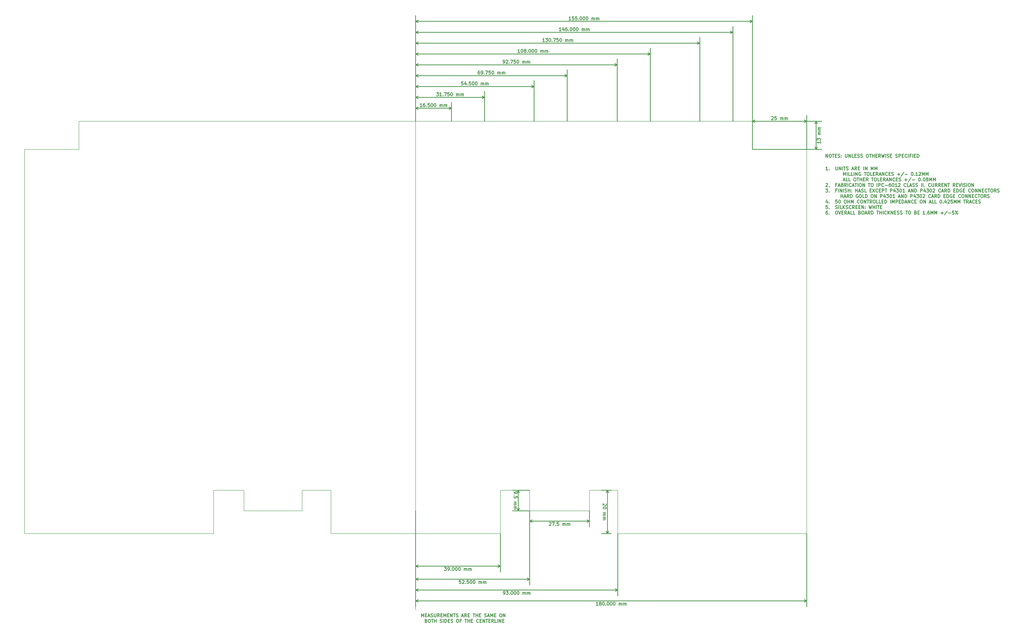
<source format=gbr>
G04 #@! TF.GenerationSoftware,KiCad,Pcbnew,(2017-12-12 revision de77f155e)-speed_cleanup*
G04 #@! TF.CreationDate,2017-12-13T10:42:35-08:00*
G04 #@! TF.ProjectId,8CH_Amplifier,3843485F416D706C69666965722E6B69,rev?*
G04 #@! TF.SameCoordinates,Original*
G04 #@! TF.FileFunction,Drawing*
%FSLAX46Y46*%
G04 Gerber Fmt 4.6, Leading zero omitted, Abs format (unit mm)*
G04 Created by KiCad (PCBNEW (2017-12-12 revision de77f155e)-speed_cleanup) date Wed Dec 13 10:42:35 2017*
%MOMM*%
%LPD*%
G01*
G04 APERTURE LIST*
%ADD10C,0.150000*%
%ADD11C,0.300000*%
%ADD12C,0.200000*%
G04 APERTURE END LIST*
D10*
X0Y-250000000D02*
X0Y-73000000D01*
X0Y-73000000D02*
X25000000Y-73000000D01*
X25000000Y-73000000D02*
X25000000Y-60000000D01*
X25000000Y-60000000D02*
X335000000Y-60000000D01*
X335000000Y-73000000D02*
X335000000Y-60000000D01*
X360000000Y-73000000D02*
X335000000Y-73000000D01*
X360000000Y-250000000D02*
X360000000Y-73000000D01*
X273000000Y-250000000D02*
X360000000Y-250000000D01*
X273000000Y-250000000D02*
X273000000Y-230000000D01*
X260000000Y-230000000D02*
X273000000Y-230000000D01*
X232500000Y-239500000D02*
X260000000Y-239500000D01*
X260000000Y-230000000D02*
X260000000Y-239500000D01*
X232500000Y-230000000D02*
X232500000Y-239500000D01*
X219000000Y-230000000D02*
X232500000Y-230000000D01*
X219000000Y-250000000D02*
X219000000Y-230000000D01*
X141000000Y-250000000D02*
X219000000Y-250000000D01*
X141000000Y-250000000D02*
X141000000Y-230000000D01*
X127750000Y-230000000D02*
X141000000Y-230000000D01*
X127750000Y-230000000D02*
X127750000Y-239500000D01*
X101000000Y-239500000D02*
X127750000Y-239500000D01*
X101000000Y-230000000D02*
X101000000Y-239500000D01*
X87000000Y-230000000D02*
X101000000Y-230000000D01*
X87000000Y-250000000D02*
X87000000Y-230000000D01*
X0Y-250000000D02*
X87000000Y-250000000D01*
D11*
X366278571Y-69357142D02*
X366278571Y-70214285D01*
X366278571Y-69785714D02*
X364778571Y-69785714D01*
X364992857Y-69928571D01*
X365135714Y-70071428D01*
X365207142Y-70214285D01*
X364778571Y-68857142D02*
X364778571Y-67928571D01*
X365350000Y-68428571D01*
X365350000Y-68214285D01*
X365421428Y-68071428D01*
X365492857Y-68000000D01*
X365635714Y-67928571D01*
X365992857Y-67928571D01*
X366135714Y-68000000D01*
X366207142Y-68071428D01*
X366278571Y-68214285D01*
X366278571Y-68642857D01*
X366207142Y-68785714D01*
X366135714Y-68857142D01*
X366278571Y-66142857D02*
X365278571Y-66142857D01*
X365421428Y-66142857D02*
X365350000Y-66071428D01*
X365278571Y-65928571D01*
X365278571Y-65714285D01*
X365350000Y-65571428D01*
X365492857Y-65500000D01*
X366278571Y-65500000D01*
X365492857Y-65500000D02*
X365350000Y-65428571D01*
X365278571Y-65285714D01*
X365278571Y-65071428D01*
X365350000Y-64928571D01*
X365492857Y-64857142D01*
X366278571Y-64857142D01*
X366278571Y-64142857D02*
X365278571Y-64142857D01*
X365421428Y-64142857D02*
X365350000Y-64071428D01*
X365278571Y-63928571D01*
X365278571Y-63714285D01*
X365350000Y-63571428D01*
X365492857Y-63500000D01*
X366278571Y-63500000D01*
X365492857Y-63500000D02*
X365350000Y-63428571D01*
X365278571Y-63285714D01*
X365278571Y-63071428D01*
X365350000Y-62928571D01*
X365492857Y-62857142D01*
X366278571Y-62857142D01*
X364250000Y-73000000D02*
X364250000Y-60000000D01*
X335000000Y-73000000D02*
X366950000Y-73000000D01*
X335000000Y-60000000D02*
X366950000Y-60000000D01*
X364250000Y-60000000D02*
X364836421Y-61126504D01*
X364250000Y-60000000D02*
X363663579Y-61126504D01*
X364250000Y-73000000D02*
X364836421Y-71873496D01*
X364250000Y-73000000D02*
X363663579Y-71873496D01*
X343785714Y-57971428D02*
X343857142Y-57900000D01*
X344000000Y-57828571D01*
X344357142Y-57828571D01*
X344500000Y-57900000D01*
X344571428Y-57971428D01*
X344642857Y-58114285D01*
X344642857Y-58257142D01*
X344571428Y-58471428D01*
X343714285Y-59328571D01*
X344642857Y-59328571D01*
X346000000Y-57828571D02*
X345285714Y-57828571D01*
X345214285Y-58542857D01*
X345285714Y-58471428D01*
X345428571Y-58400000D01*
X345785714Y-58400000D01*
X345928571Y-58471428D01*
X346000000Y-58542857D01*
X346071428Y-58685714D01*
X346071428Y-59042857D01*
X346000000Y-59185714D01*
X345928571Y-59257142D01*
X345785714Y-59328571D01*
X345428571Y-59328571D01*
X345285714Y-59257142D01*
X345214285Y-59185714D01*
X347857142Y-59328571D02*
X347857142Y-58328571D01*
X347857142Y-58471428D02*
X347928571Y-58400000D01*
X348071428Y-58328571D01*
X348285714Y-58328571D01*
X348428571Y-58400000D01*
X348500000Y-58542857D01*
X348500000Y-59328571D01*
X348500000Y-58542857D02*
X348571428Y-58400000D01*
X348714285Y-58328571D01*
X348928571Y-58328571D01*
X349071428Y-58400000D01*
X349142857Y-58542857D01*
X349142857Y-59328571D01*
X349857142Y-59328571D02*
X349857142Y-58328571D01*
X349857142Y-58471428D02*
X349928571Y-58400000D01*
X350071428Y-58328571D01*
X350285714Y-58328571D01*
X350428571Y-58400000D01*
X350500000Y-58542857D01*
X350500000Y-59328571D01*
X350500000Y-58542857D02*
X350571428Y-58400000D01*
X350714285Y-58328571D01*
X350928571Y-58328571D01*
X351071428Y-58400000D01*
X351142857Y-58542857D01*
X351142857Y-59328571D01*
X335000000Y-60000000D02*
X360000000Y-60000000D01*
X335000000Y-73000000D02*
X335000000Y-57300000D01*
X360000000Y-73000000D02*
X360000000Y-57300000D01*
X360000000Y-60000000D02*
X358873496Y-60586421D01*
X360000000Y-60000000D02*
X358873496Y-59413579D01*
X335000000Y-60000000D02*
X336126504Y-60586421D01*
X335000000Y-60000000D02*
X336126504Y-59413579D01*
X251428571Y-13328571D02*
X250571428Y-13328571D01*
X251000000Y-13328571D02*
X251000000Y-11828571D01*
X250857142Y-12042857D01*
X250714285Y-12185714D01*
X250571428Y-12257142D01*
X252785714Y-11828571D02*
X252071428Y-11828571D01*
X252000000Y-12542857D01*
X252071428Y-12471428D01*
X252214285Y-12400000D01*
X252571428Y-12400000D01*
X252714285Y-12471428D01*
X252785714Y-12542857D01*
X252857142Y-12685714D01*
X252857142Y-13042857D01*
X252785714Y-13185714D01*
X252714285Y-13257142D01*
X252571428Y-13328571D01*
X252214285Y-13328571D01*
X252071428Y-13257142D01*
X252000000Y-13185714D01*
X254214285Y-11828571D02*
X253500000Y-11828571D01*
X253428571Y-12542857D01*
X253500000Y-12471428D01*
X253642857Y-12400000D01*
X254000000Y-12400000D01*
X254142857Y-12471428D01*
X254214285Y-12542857D01*
X254285714Y-12685714D01*
X254285714Y-13042857D01*
X254214285Y-13185714D01*
X254142857Y-13257142D01*
X254000000Y-13328571D01*
X253642857Y-13328571D01*
X253500000Y-13257142D01*
X253428571Y-13185714D01*
X254928571Y-13185714D02*
X255000000Y-13257142D01*
X254928571Y-13328571D01*
X254857142Y-13257142D01*
X254928571Y-13185714D01*
X254928571Y-13328571D01*
X255928571Y-11828571D02*
X256071428Y-11828571D01*
X256214285Y-11900000D01*
X256285714Y-11971428D01*
X256357142Y-12114285D01*
X256428571Y-12400000D01*
X256428571Y-12757142D01*
X256357142Y-13042857D01*
X256285714Y-13185714D01*
X256214285Y-13257142D01*
X256071428Y-13328571D01*
X255928571Y-13328571D01*
X255785714Y-13257142D01*
X255714285Y-13185714D01*
X255642857Y-13042857D01*
X255571428Y-12757142D01*
X255571428Y-12400000D01*
X255642857Y-12114285D01*
X255714285Y-11971428D01*
X255785714Y-11900000D01*
X255928571Y-11828571D01*
X257357142Y-11828571D02*
X257500000Y-11828571D01*
X257642857Y-11900000D01*
X257714285Y-11971428D01*
X257785714Y-12114285D01*
X257857142Y-12400000D01*
X257857142Y-12757142D01*
X257785714Y-13042857D01*
X257714285Y-13185714D01*
X257642857Y-13257142D01*
X257500000Y-13328571D01*
X257357142Y-13328571D01*
X257214285Y-13257142D01*
X257142857Y-13185714D01*
X257071428Y-13042857D01*
X257000000Y-12757142D01*
X257000000Y-12400000D01*
X257071428Y-12114285D01*
X257142857Y-11971428D01*
X257214285Y-11900000D01*
X257357142Y-11828571D01*
X258785714Y-11828571D02*
X258928571Y-11828571D01*
X259071428Y-11900000D01*
X259142857Y-11971428D01*
X259214285Y-12114285D01*
X259285714Y-12400000D01*
X259285714Y-12757142D01*
X259214285Y-13042857D01*
X259142857Y-13185714D01*
X259071428Y-13257142D01*
X258928571Y-13328571D01*
X258785714Y-13328571D01*
X258642857Y-13257142D01*
X258571428Y-13185714D01*
X258500000Y-13042857D01*
X258428571Y-12757142D01*
X258428571Y-12400000D01*
X258500000Y-12114285D01*
X258571428Y-11971428D01*
X258642857Y-11900000D01*
X258785714Y-11828571D01*
X261071428Y-13328571D02*
X261071428Y-12328571D01*
X261071428Y-12471428D02*
X261142857Y-12400000D01*
X261285714Y-12328571D01*
X261500000Y-12328571D01*
X261642857Y-12400000D01*
X261714285Y-12542857D01*
X261714285Y-13328571D01*
X261714285Y-12542857D02*
X261785714Y-12400000D01*
X261928571Y-12328571D01*
X262142857Y-12328571D01*
X262285714Y-12400000D01*
X262357142Y-12542857D01*
X262357142Y-13328571D01*
X263071428Y-13328571D02*
X263071428Y-12328571D01*
X263071428Y-12471428D02*
X263142857Y-12400000D01*
X263285714Y-12328571D01*
X263500000Y-12328571D01*
X263642857Y-12400000D01*
X263714285Y-12542857D01*
X263714285Y-13328571D01*
X263714285Y-12542857D02*
X263785714Y-12400000D01*
X263928571Y-12328571D01*
X264142857Y-12328571D01*
X264285714Y-12400000D01*
X264357142Y-12542857D01*
X264357142Y-13328571D01*
X180000000Y-14000000D02*
X335000000Y-14000000D01*
X180000000Y-60000000D02*
X180000000Y-11300000D01*
X335000000Y-60000000D02*
X335000000Y-11300000D01*
X335000000Y-14000000D02*
X333873496Y-14586421D01*
X335000000Y-14000000D02*
X333873496Y-13413579D01*
X180000000Y-14000000D02*
X181126504Y-14586421D01*
X180000000Y-14000000D02*
X181126504Y-13413579D01*
X246928571Y-18328571D02*
X246071428Y-18328571D01*
X246500000Y-18328571D02*
X246500000Y-16828571D01*
X246357142Y-17042857D01*
X246214285Y-17185714D01*
X246071428Y-17257142D01*
X248214285Y-17328571D02*
X248214285Y-18328571D01*
X247857142Y-16757142D02*
X247500000Y-17828571D01*
X248428571Y-17828571D01*
X249642857Y-16828571D02*
X249357142Y-16828571D01*
X249214285Y-16900000D01*
X249142857Y-16971428D01*
X249000000Y-17185714D01*
X248928571Y-17471428D01*
X248928571Y-18042857D01*
X249000000Y-18185714D01*
X249071428Y-18257142D01*
X249214285Y-18328571D01*
X249500000Y-18328571D01*
X249642857Y-18257142D01*
X249714285Y-18185714D01*
X249785714Y-18042857D01*
X249785714Y-17685714D01*
X249714285Y-17542857D01*
X249642857Y-17471428D01*
X249500000Y-17400000D01*
X249214285Y-17400000D01*
X249071428Y-17471428D01*
X249000000Y-17542857D01*
X248928571Y-17685714D01*
X250428571Y-18185714D02*
X250500000Y-18257142D01*
X250428571Y-18328571D01*
X250357142Y-18257142D01*
X250428571Y-18185714D01*
X250428571Y-18328571D01*
X251428571Y-16828571D02*
X251571428Y-16828571D01*
X251714285Y-16900000D01*
X251785714Y-16971428D01*
X251857142Y-17114285D01*
X251928571Y-17400000D01*
X251928571Y-17757142D01*
X251857142Y-18042857D01*
X251785714Y-18185714D01*
X251714285Y-18257142D01*
X251571428Y-18328571D01*
X251428571Y-18328571D01*
X251285714Y-18257142D01*
X251214285Y-18185714D01*
X251142857Y-18042857D01*
X251071428Y-17757142D01*
X251071428Y-17400000D01*
X251142857Y-17114285D01*
X251214285Y-16971428D01*
X251285714Y-16900000D01*
X251428571Y-16828571D01*
X252857142Y-16828571D02*
X253000000Y-16828571D01*
X253142857Y-16900000D01*
X253214285Y-16971428D01*
X253285714Y-17114285D01*
X253357142Y-17400000D01*
X253357142Y-17757142D01*
X253285714Y-18042857D01*
X253214285Y-18185714D01*
X253142857Y-18257142D01*
X253000000Y-18328571D01*
X252857142Y-18328571D01*
X252714285Y-18257142D01*
X252642857Y-18185714D01*
X252571428Y-18042857D01*
X252500000Y-17757142D01*
X252500000Y-17400000D01*
X252571428Y-17114285D01*
X252642857Y-16971428D01*
X252714285Y-16900000D01*
X252857142Y-16828571D01*
X254285714Y-16828571D02*
X254428571Y-16828571D01*
X254571428Y-16900000D01*
X254642857Y-16971428D01*
X254714285Y-17114285D01*
X254785714Y-17400000D01*
X254785714Y-17757142D01*
X254714285Y-18042857D01*
X254642857Y-18185714D01*
X254571428Y-18257142D01*
X254428571Y-18328571D01*
X254285714Y-18328571D01*
X254142857Y-18257142D01*
X254071428Y-18185714D01*
X254000000Y-18042857D01*
X253928571Y-17757142D01*
X253928571Y-17400000D01*
X254000000Y-17114285D01*
X254071428Y-16971428D01*
X254142857Y-16900000D01*
X254285714Y-16828571D01*
X256571428Y-18328571D02*
X256571428Y-17328571D01*
X256571428Y-17471428D02*
X256642857Y-17400000D01*
X256785714Y-17328571D01*
X257000000Y-17328571D01*
X257142857Y-17400000D01*
X257214285Y-17542857D01*
X257214285Y-18328571D01*
X257214285Y-17542857D02*
X257285714Y-17400000D01*
X257428571Y-17328571D01*
X257642857Y-17328571D01*
X257785714Y-17400000D01*
X257857142Y-17542857D01*
X257857142Y-18328571D01*
X258571428Y-18328571D02*
X258571428Y-17328571D01*
X258571428Y-17471428D02*
X258642857Y-17400000D01*
X258785714Y-17328571D01*
X259000000Y-17328571D01*
X259142857Y-17400000D01*
X259214285Y-17542857D01*
X259214285Y-18328571D01*
X259214285Y-17542857D02*
X259285714Y-17400000D01*
X259428571Y-17328571D01*
X259642857Y-17328571D01*
X259785714Y-17400000D01*
X259857142Y-17542857D01*
X259857142Y-18328571D01*
X180000000Y-19000000D02*
X326000000Y-19000000D01*
X180000000Y-60000000D02*
X180000000Y-16300000D01*
X326000000Y-60000000D02*
X326000000Y-16300000D01*
X326000000Y-19000000D02*
X324873496Y-19586421D01*
X326000000Y-19000000D02*
X324873496Y-18413579D01*
X180000000Y-19000000D02*
X181126504Y-19586421D01*
X180000000Y-19000000D02*
X181126504Y-18413579D01*
X239303571Y-23328571D02*
X238446428Y-23328571D01*
X238875000Y-23328571D02*
X238875000Y-21828571D01*
X238732142Y-22042857D01*
X238589285Y-22185714D01*
X238446428Y-22257142D01*
X239803571Y-21828571D02*
X240732142Y-21828571D01*
X240232142Y-22400000D01*
X240446428Y-22400000D01*
X240589285Y-22471428D01*
X240660714Y-22542857D01*
X240732142Y-22685714D01*
X240732142Y-23042857D01*
X240660714Y-23185714D01*
X240589285Y-23257142D01*
X240446428Y-23328571D01*
X240017857Y-23328571D01*
X239875000Y-23257142D01*
X239803571Y-23185714D01*
X241660714Y-21828571D02*
X241803571Y-21828571D01*
X241946428Y-21900000D01*
X242017857Y-21971428D01*
X242089285Y-22114285D01*
X242160714Y-22400000D01*
X242160714Y-22757142D01*
X242089285Y-23042857D01*
X242017857Y-23185714D01*
X241946428Y-23257142D01*
X241803571Y-23328571D01*
X241660714Y-23328571D01*
X241517857Y-23257142D01*
X241446428Y-23185714D01*
X241375000Y-23042857D01*
X241303571Y-22757142D01*
X241303571Y-22400000D01*
X241375000Y-22114285D01*
X241446428Y-21971428D01*
X241517857Y-21900000D01*
X241660714Y-21828571D01*
X242803571Y-23185714D02*
X242875000Y-23257142D01*
X242803571Y-23328571D01*
X242732142Y-23257142D01*
X242803571Y-23185714D01*
X242803571Y-23328571D01*
X243375000Y-21828571D02*
X244375000Y-21828571D01*
X243732142Y-23328571D01*
X245660714Y-21828571D02*
X244946428Y-21828571D01*
X244875000Y-22542857D01*
X244946428Y-22471428D01*
X245089285Y-22400000D01*
X245446428Y-22400000D01*
X245589285Y-22471428D01*
X245660714Y-22542857D01*
X245732142Y-22685714D01*
X245732142Y-23042857D01*
X245660714Y-23185714D01*
X245589285Y-23257142D01*
X245446428Y-23328571D01*
X245089285Y-23328571D01*
X244946428Y-23257142D01*
X244875000Y-23185714D01*
X246660714Y-21828571D02*
X246803571Y-21828571D01*
X246946428Y-21900000D01*
X247017857Y-21971428D01*
X247089285Y-22114285D01*
X247160714Y-22400000D01*
X247160714Y-22757142D01*
X247089285Y-23042857D01*
X247017857Y-23185714D01*
X246946428Y-23257142D01*
X246803571Y-23328571D01*
X246660714Y-23328571D01*
X246517857Y-23257142D01*
X246446428Y-23185714D01*
X246375000Y-23042857D01*
X246303571Y-22757142D01*
X246303571Y-22400000D01*
X246375000Y-22114285D01*
X246446428Y-21971428D01*
X246517857Y-21900000D01*
X246660714Y-21828571D01*
X248946428Y-23328571D02*
X248946428Y-22328571D01*
X248946428Y-22471428D02*
X249017857Y-22400000D01*
X249160714Y-22328571D01*
X249375000Y-22328571D01*
X249517857Y-22400000D01*
X249589285Y-22542857D01*
X249589285Y-23328571D01*
X249589285Y-22542857D02*
X249660714Y-22400000D01*
X249803571Y-22328571D01*
X250017857Y-22328571D01*
X250160714Y-22400000D01*
X250232142Y-22542857D01*
X250232142Y-23328571D01*
X250946428Y-23328571D02*
X250946428Y-22328571D01*
X250946428Y-22471428D02*
X251017857Y-22400000D01*
X251160714Y-22328571D01*
X251375000Y-22328571D01*
X251517857Y-22400000D01*
X251589285Y-22542857D01*
X251589285Y-23328571D01*
X251589285Y-22542857D02*
X251660714Y-22400000D01*
X251803571Y-22328571D01*
X252017857Y-22328571D01*
X252160714Y-22400000D01*
X252232142Y-22542857D01*
X252232142Y-23328571D01*
X180000000Y-24000000D02*
X310750000Y-24000000D01*
X180000000Y-60000000D02*
X180000000Y-21300000D01*
X310750000Y-60000000D02*
X310750000Y-21300000D01*
X310750000Y-24000000D02*
X309623496Y-24586421D01*
X310750000Y-24000000D02*
X309623496Y-23413579D01*
X180000000Y-24000000D02*
X181126504Y-24586421D01*
X180000000Y-24000000D02*
X181126504Y-23413579D01*
X227928571Y-28328571D02*
X227071428Y-28328571D01*
X227500000Y-28328571D02*
X227500000Y-26828571D01*
X227357142Y-27042857D01*
X227214285Y-27185714D01*
X227071428Y-27257142D01*
X228857142Y-26828571D02*
X229000000Y-26828571D01*
X229142857Y-26900000D01*
X229214285Y-26971428D01*
X229285714Y-27114285D01*
X229357142Y-27400000D01*
X229357142Y-27757142D01*
X229285714Y-28042857D01*
X229214285Y-28185714D01*
X229142857Y-28257142D01*
X229000000Y-28328571D01*
X228857142Y-28328571D01*
X228714285Y-28257142D01*
X228642857Y-28185714D01*
X228571428Y-28042857D01*
X228500000Y-27757142D01*
X228500000Y-27400000D01*
X228571428Y-27114285D01*
X228642857Y-26971428D01*
X228714285Y-26900000D01*
X228857142Y-26828571D01*
X230214285Y-27471428D02*
X230071428Y-27400000D01*
X230000000Y-27328571D01*
X229928571Y-27185714D01*
X229928571Y-27114285D01*
X230000000Y-26971428D01*
X230071428Y-26900000D01*
X230214285Y-26828571D01*
X230500000Y-26828571D01*
X230642857Y-26900000D01*
X230714285Y-26971428D01*
X230785714Y-27114285D01*
X230785714Y-27185714D01*
X230714285Y-27328571D01*
X230642857Y-27400000D01*
X230500000Y-27471428D01*
X230214285Y-27471428D01*
X230071428Y-27542857D01*
X230000000Y-27614285D01*
X229928571Y-27757142D01*
X229928571Y-28042857D01*
X230000000Y-28185714D01*
X230071428Y-28257142D01*
X230214285Y-28328571D01*
X230500000Y-28328571D01*
X230642857Y-28257142D01*
X230714285Y-28185714D01*
X230785714Y-28042857D01*
X230785714Y-27757142D01*
X230714285Y-27614285D01*
X230642857Y-27542857D01*
X230500000Y-27471428D01*
X231428571Y-28185714D02*
X231500000Y-28257142D01*
X231428571Y-28328571D01*
X231357142Y-28257142D01*
X231428571Y-28185714D01*
X231428571Y-28328571D01*
X232428571Y-26828571D02*
X232571428Y-26828571D01*
X232714285Y-26900000D01*
X232785714Y-26971428D01*
X232857142Y-27114285D01*
X232928571Y-27400000D01*
X232928571Y-27757142D01*
X232857142Y-28042857D01*
X232785714Y-28185714D01*
X232714285Y-28257142D01*
X232571428Y-28328571D01*
X232428571Y-28328571D01*
X232285714Y-28257142D01*
X232214285Y-28185714D01*
X232142857Y-28042857D01*
X232071428Y-27757142D01*
X232071428Y-27400000D01*
X232142857Y-27114285D01*
X232214285Y-26971428D01*
X232285714Y-26900000D01*
X232428571Y-26828571D01*
X233857142Y-26828571D02*
X234000000Y-26828571D01*
X234142857Y-26900000D01*
X234214285Y-26971428D01*
X234285714Y-27114285D01*
X234357142Y-27400000D01*
X234357142Y-27757142D01*
X234285714Y-28042857D01*
X234214285Y-28185714D01*
X234142857Y-28257142D01*
X234000000Y-28328571D01*
X233857142Y-28328571D01*
X233714285Y-28257142D01*
X233642857Y-28185714D01*
X233571428Y-28042857D01*
X233500000Y-27757142D01*
X233500000Y-27400000D01*
X233571428Y-27114285D01*
X233642857Y-26971428D01*
X233714285Y-26900000D01*
X233857142Y-26828571D01*
X235285714Y-26828571D02*
X235428571Y-26828571D01*
X235571428Y-26900000D01*
X235642857Y-26971428D01*
X235714285Y-27114285D01*
X235785714Y-27400000D01*
X235785714Y-27757142D01*
X235714285Y-28042857D01*
X235642857Y-28185714D01*
X235571428Y-28257142D01*
X235428571Y-28328571D01*
X235285714Y-28328571D01*
X235142857Y-28257142D01*
X235071428Y-28185714D01*
X235000000Y-28042857D01*
X234928571Y-27757142D01*
X234928571Y-27400000D01*
X235000000Y-27114285D01*
X235071428Y-26971428D01*
X235142857Y-26900000D01*
X235285714Y-26828571D01*
X237571428Y-28328571D02*
X237571428Y-27328571D01*
X237571428Y-27471428D02*
X237642857Y-27400000D01*
X237785714Y-27328571D01*
X238000000Y-27328571D01*
X238142857Y-27400000D01*
X238214285Y-27542857D01*
X238214285Y-28328571D01*
X238214285Y-27542857D02*
X238285714Y-27400000D01*
X238428571Y-27328571D01*
X238642857Y-27328571D01*
X238785714Y-27400000D01*
X238857142Y-27542857D01*
X238857142Y-28328571D01*
X239571428Y-28328571D02*
X239571428Y-27328571D01*
X239571428Y-27471428D02*
X239642857Y-27400000D01*
X239785714Y-27328571D01*
X240000000Y-27328571D01*
X240142857Y-27400000D01*
X240214285Y-27542857D01*
X240214285Y-28328571D01*
X240214285Y-27542857D02*
X240285714Y-27400000D01*
X240428571Y-27328571D01*
X240642857Y-27328571D01*
X240785714Y-27400000D01*
X240857142Y-27542857D01*
X240857142Y-28328571D01*
X180000000Y-29000000D02*
X288000000Y-29000000D01*
X180000000Y-60000000D02*
X180000000Y-26300000D01*
X288000000Y-60000000D02*
X288000000Y-26300000D01*
X288000000Y-29000000D02*
X286873496Y-29586421D01*
X288000000Y-29000000D02*
X286873496Y-28413579D01*
X180000000Y-29000000D02*
X181126504Y-29586421D01*
X180000000Y-29000000D02*
X181126504Y-28413579D01*
X220303571Y-33328571D02*
X220589285Y-33328571D01*
X220732142Y-33257142D01*
X220803571Y-33185714D01*
X220946428Y-32971428D01*
X221017857Y-32685714D01*
X221017857Y-32114285D01*
X220946428Y-31971428D01*
X220875000Y-31900000D01*
X220732142Y-31828571D01*
X220446428Y-31828571D01*
X220303571Y-31900000D01*
X220232142Y-31971428D01*
X220160714Y-32114285D01*
X220160714Y-32471428D01*
X220232142Y-32614285D01*
X220303571Y-32685714D01*
X220446428Y-32757142D01*
X220732142Y-32757142D01*
X220875000Y-32685714D01*
X220946428Y-32614285D01*
X221017857Y-32471428D01*
X221589285Y-31971428D02*
X221660714Y-31900000D01*
X221803571Y-31828571D01*
X222160714Y-31828571D01*
X222303571Y-31900000D01*
X222375000Y-31971428D01*
X222446428Y-32114285D01*
X222446428Y-32257142D01*
X222375000Y-32471428D01*
X221517857Y-33328571D01*
X222446428Y-33328571D01*
X223089285Y-33185714D02*
X223160714Y-33257142D01*
X223089285Y-33328571D01*
X223017857Y-33257142D01*
X223089285Y-33185714D01*
X223089285Y-33328571D01*
X223660714Y-31828571D02*
X224660714Y-31828571D01*
X224017857Y-33328571D01*
X225946428Y-31828571D02*
X225232142Y-31828571D01*
X225160714Y-32542857D01*
X225232142Y-32471428D01*
X225375000Y-32400000D01*
X225732142Y-32400000D01*
X225875000Y-32471428D01*
X225946428Y-32542857D01*
X226017857Y-32685714D01*
X226017857Y-33042857D01*
X225946428Y-33185714D01*
X225875000Y-33257142D01*
X225732142Y-33328571D01*
X225375000Y-33328571D01*
X225232142Y-33257142D01*
X225160714Y-33185714D01*
X226946428Y-31828571D02*
X227089285Y-31828571D01*
X227232142Y-31900000D01*
X227303571Y-31971428D01*
X227375000Y-32114285D01*
X227446428Y-32400000D01*
X227446428Y-32757142D01*
X227375000Y-33042857D01*
X227303571Y-33185714D01*
X227232142Y-33257142D01*
X227089285Y-33328571D01*
X226946428Y-33328571D01*
X226803571Y-33257142D01*
X226732142Y-33185714D01*
X226660714Y-33042857D01*
X226589285Y-32757142D01*
X226589285Y-32400000D01*
X226660714Y-32114285D01*
X226732142Y-31971428D01*
X226803571Y-31900000D01*
X226946428Y-31828571D01*
X229232142Y-33328571D02*
X229232142Y-32328571D01*
X229232142Y-32471428D02*
X229303571Y-32400000D01*
X229446428Y-32328571D01*
X229660714Y-32328571D01*
X229803571Y-32400000D01*
X229875000Y-32542857D01*
X229875000Y-33328571D01*
X229875000Y-32542857D02*
X229946428Y-32400000D01*
X230089285Y-32328571D01*
X230303571Y-32328571D01*
X230446428Y-32400000D01*
X230517857Y-32542857D01*
X230517857Y-33328571D01*
X231232142Y-33328571D02*
X231232142Y-32328571D01*
X231232142Y-32471428D02*
X231303571Y-32400000D01*
X231446428Y-32328571D01*
X231660714Y-32328571D01*
X231803571Y-32400000D01*
X231875000Y-32542857D01*
X231875000Y-33328571D01*
X231875000Y-32542857D02*
X231946428Y-32400000D01*
X232089285Y-32328571D01*
X232303571Y-32328571D01*
X232446428Y-32400000D01*
X232517857Y-32542857D01*
X232517857Y-33328571D01*
X180000000Y-34000000D02*
X272750000Y-34000000D01*
X180000000Y-60000000D02*
X180000000Y-31300000D01*
X272750000Y-60000000D02*
X272750000Y-31300000D01*
X272750000Y-34000000D02*
X271623496Y-34586421D01*
X272750000Y-34000000D02*
X271623496Y-33413579D01*
X180000000Y-34000000D02*
X181126504Y-34586421D01*
X180000000Y-34000000D02*
X181126504Y-33413579D01*
X209375000Y-36828571D02*
X209089285Y-36828571D01*
X208946428Y-36900000D01*
X208875000Y-36971428D01*
X208732142Y-37185714D01*
X208660714Y-37471428D01*
X208660714Y-38042857D01*
X208732142Y-38185714D01*
X208803571Y-38257142D01*
X208946428Y-38328571D01*
X209232142Y-38328571D01*
X209375000Y-38257142D01*
X209446428Y-38185714D01*
X209517857Y-38042857D01*
X209517857Y-37685714D01*
X209446428Y-37542857D01*
X209375000Y-37471428D01*
X209232142Y-37400000D01*
X208946428Y-37400000D01*
X208803571Y-37471428D01*
X208732142Y-37542857D01*
X208660714Y-37685714D01*
X210232142Y-38328571D02*
X210517857Y-38328571D01*
X210660714Y-38257142D01*
X210732142Y-38185714D01*
X210875000Y-37971428D01*
X210946428Y-37685714D01*
X210946428Y-37114285D01*
X210875000Y-36971428D01*
X210803571Y-36900000D01*
X210660714Y-36828571D01*
X210375000Y-36828571D01*
X210232142Y-36900000D01*
X210160714Y-36971428D01*
X210089285Y-37114285D01*
X210089285Y-37471428D01*
X210160714Y-37614285D01*
X210232142Y-37685714D01*
X210375000Y-37757142D01*
X210660714Y-37757142D01*
X210803571Y-37685714D01*
X210875000Y-37614285D01*
X210946428Y-37471428D01*
X211589285Y-38185714D02*
X211660714Y-38257142D01*
X211589285Y-38328571D01*
X211517857Y-38257142D01*
X211589285Y-38185714D01*
X211589285Y-38328571D01*
X212160714Y-36828571D02*
X213160714Y-36828571D01*
X212517857Y-38328571D01*
X214446428Y-36828571D02*
X213732142Y-36828571D01*
X213660714Y-37542857D01*
X213732142Y-37471428D01*
X213875000Y-37400000D01*
X214232142Y-37400000D01*
X214375000Y-37471428D01*
X214446428Y-37542857D01*
X214517857Y-37685714D01*
X214517857Y-38042857D01*
X214446428Y-38185714D01*
X214375000Y-38257142D01*
X214232142Y-38328571D01*
X213875000Y-38328571D01*
X213732142Y-38257142D01*
X213660714Y-38185714D01*
X215446428Y-36828571D02*
X215589285Y-36828571D01*
X215732142Y-36900000D01*
X215803571Y-36971428D01*
X215875000Y-37114285D01*
X215946428Y-37400000D01*
X215946428Y-37757142D01*
X215875000Y-38042857D01*
X215803571Y-38185714D01*
X215732142Y-38257142D01*
X215589285Y-38328571D01*
X215446428Y-38328571D01*
X215303571Y-38257142D01*
X215232142Y-38185714D01*
X215160714Y-38042857D01*
X215089285Y-37757142D01*
X215089285Y-37400000D01*
X215160714Y-37114285D01*
X215232142Y-36971428D01*
X215303571Y-36900000D01*
X215446428Y-36828571D01*
X217732142Y-38328571D02*
X217732142Y-37328571D01*
X217732142Y-37471428D02*
X217803571Y-37400000D01*
X217946428Y-37328571D01*
X218160714Y-37328571D01*
X218303571Y-37400000D01*
X218375000Y-37542857D01*
X218375000Y-38328571D01*
X218375000Y-37542857D02*
X218446428Y-37400000D01*
X218589285Y-37328571D01*
X218803571Y-37328571D01*
X218946428Y-37400000D01*
X219017857Y-37542857D01*
X219017857Y-38328571D01*
X219732142Y-38328571D02*
X219732142Y-37328571D01*
X219732142Y-37471428D02*
X219803571Y-37400000D01*
X219946428Y-37328571D01*
X220160714Y-37328571D01*
X220303571Y-37400000D01*
X220375000Y-37542857D01*
X220375000Y-38328571D01*
X220375000Y-37542857D02*
X220446428Y-37400000D01*
X220589285Y-37328571D01*
X220803571Y-37328571D01*
X220946428Y-37400000D01*
X221017857Y-37542857D01*
X221017857Y-38328571D01*
X180000000Y-39000000D02*
X249750000Y-39000000D01*
X180000000Y-60000000D02*
X180000000Y-36300000D01*
X249750000Y-60000000D02*
X249750000Y-36300000D01*
X249750000Y-39000000D02*
X248623496Y-39586421D01*
X249750000Y-39000000D02*
X248623496Y-38413579D01*
X180000000Y-39000000D02*
X181126504Y-39586421D01*
X180000000Y-39000000D02*
X181126504Y-38413579D01*
X201821428Y-41828571D02*
X201107142Y-41828571D01*
X201035714Y-42542857D01*
X201107142Y-42471428D01*
X201250000Y-42400000D01*
X201607142Y-42400000D01*
X201750000Y-42471428D01*
X201821428Y-42542857D01*
X201892857Y-42685714D01*
X201892857Y-43042857D01*
X201821428Y-43185714D01*
X201750000Y-43257142D01*
X201607142Y-43328571D01*
X201250000Y-43328571D01*
X201107142Y-43257142D01*
X201035714Y-43185714D01*
X203178571Y-42328571D02*
X203178571Y-43328571D01*
X202821428Y-41757142D02*
X202464285Y-42828571D01*
X203392857Y-42828571D01*
X203964285Y-43185714D02*
X204035714Y-43257142D01*
X203964285Y-43328571D01*
X203892857Y-43257142D01*
X203964285Y-43185714D01*
X203964285Y-43328571D01*
X205392857Y-41828571D02*
X204678571Y-41828571D01*
X204607142Y-42542857D01*
X204678571Y-42471428D01*
X204821428Y-42400000D01*
X205178571Y-42400000D01*
X205321428Y-42471428D01*
X205392857Y-42542857D01*
X205464285Y-42685714D01*
X205464285Y-43042857D01*
X205392857Y-43185714D01*
X205321428Y-43257142D01*
X205178571Y-43328571D01*
X204821428Y-43328571D01*
X204678571Y-43257142D01*
X204607142Y-43185714D01*
X206392857Y-41828571D02*
X206535714Y-41828571D01*
X206678571Y-41900000D01*
X206750000Y-41971428D01*
X206821428Y-42114285D01*
X206892857Y-42400000D01*
X206892857Y-42757142D01*
X206821428Y-43042857D01*
X206750000Y-43185714D01*
X206678571Y-43257142D01*
X206535714Y-43328571D01*
X206392857Y-43328571D01*
X206250000Y-43257142D01*
X206178571Y-43185714D01*
X206107142Y-43042857D01*
X206035714Y-42757142D01*
X206035714Y-42400000D01*
X206107142Y-42114285D01*
X206178571Y-41971428D01*
X206250000Y-41900000D01*
X206392857Y-41828571D01*
X207821428Y-41828571D02*
X207964285Y-41828571D01*
X208107142Y-41900000D01*
X208178571Y-41971428D01*
X208250000Y-42114285D01*
X208321428Y-42400000D01*
X208321428Y-42757142D01*
X208250000Y-43042857D01*
X208178571Y-43185714D01*
X208107142Y-43257142D01*
X207964285Y-43328571D01*
X207821428Y-43328571D01*
X207678571Y-43257142D01*
X207607142Y-43185714D01*
X207535714Y-43042857D01*
X207464285Y-42757142D01*
X207464285Y-42400000D01*
X207535714Y-42114285D01*
X207607142Y-41971428D01*
X207678571Y-41900000D01*
X207821428Y-41828571D01*
X210107142Y-43328571D02*
X210107142Y-42328571D01*
X210107142Y-42471428D02*
X210178571Y-42400000D01*
X210321428Y-42328571D01*
X210535714Y-42328571D01*
X210678571Y-42400000D01*
X210750000Y-42542857D01*
X210750000Y-43328571D01*
X210750000Y-42542857D02*
X210821428Y-42400000D01*
X210964285Y-42328571D01*
X211178571Y-42328571D01*
X211321428Y-42400000D01*
X211392857Y-42542857D01*
X211392857Y-43328571D01*
X212107142Y-43328571D02*
X212107142Y-42328571D01*
X212107142Y-42471428D02*
X212178571Y-42400000D01*
X212321428Y-42328571D01*
X212535714Y-42328571D01*
X212678571Y-42400000D01*
X212750000Y-42542857D01*
X212750000Y-43328571D01*
X212750000Y-42542857D02*
X212821428Y-42400000D01*
X212964285Y-42328571D01*
X213178571Y-42328571D01*
X213321428Y-42400000D01*
X213392857Y-42542857D01*
X213392857Y-43328571D01*
X180000000Y-44000000D02*
X234500000Y-44000000D01*
X180000000Y-60000000D02*
X180000000Y-41300000D01*
X234500000Y-60000000D02*
X234500000Y-41300000D01*
X234500000Y-44000000D02*
X233373496Y-44586421D01*
X234500000Y-44000000D02*
X233373496Y-43413579D01*
X180000000Y-44000000D02*
X181126504Y-44586421D01*
X180000000Y-44000000D02*
X181126504Y-43413579D01*
X189589285Y-46828571D02*
X190517857Y-46828571D01*
X190017857Y-47400000D01*
X190232142Y-47400000D01*
X190375000Y-47471428D01*
X190446428Y-47542857D01*
X190517857Y-47685714D01*
X190517857Y-48042857D01*
X190446428Y-48185714D01*
X190375000Y-48257142D01*
X190232142Y-48328571D01*
X189803571Y-48328571D01*
X189660714Y-48257142D01*
X189589285Y-48185714D01*
X191946428Y-48328571D02*
X191089285Y-48328571D01*
X191517857Y-48328571D02*
X191517857Y-46828571D01*
X191375000Y-47042857D01*
X191232142Y-47185714D01*
X191089285Y-47257142D01*
X192589285Y-48185714D02*
X192660714Y-48257142D01*
X192589285Y-48328571D01*
X192517857Y-48257142D01*
X192589285Y-48185714D01*
X192589285Y-48328571D01*
X193160714Y-46828571D02*
X194160714Y-46828571D01*
X193517857Y-48328571D01*
X195446428Y-46828571D02*
X194732142Y-46828571D01*
X194660714Y-47542857D01*
X194732142Y-47471428D01*
X194875000Y-47400000D01*
X195232142Y-47400000D01*
X195375000Y-47471428D01*
X195446428Y-47542857D01*
X195517857Y-47685714D01*
X195517857Y-48042857D01*
X195446428Y-48185714D01*
X195375000Y-48257142D01*
X195232142Y-48328571D01*
X194875000Y-48328571D01*
X194732142Y-48257142D01*
X194660714Y-48185714D01*
X196446428Y-46828571D02*
X196589285Y-46828571D01*
X196732142Y-46900000D01*
X196803571Y-46971428D01*
X196875000Y-47114285D01*
X196946428Y-47400000D01*
X196946428Y-47757142D01*
X196875000Y-48042857D01*
X196803571Y-48185714D01*
X196732142Y-48257142D01*
X196589285Y-48328571D01*
X196446428Y-48328571D01*
X196303571Y-48257142D01*
X196232142Y-48185714D01*
X196160714Y-48042857D01*
X196089285Y-47757142D01*
X196089285Y-47400000D01*
X196160714Y-47114285D01*
X196232142Y-46971428D01*
X196303571Y-46900000D01*
X196446428Y-46828571D01*
X198732142Y-48328571D02*
X198732142Y-47328571D01*
X198732142Y-47471428D02*
X198803571Y-47400000D01*
X198946428Y-47328571D01*
X199160714Y-47328571D01*
X199303571Y-47400000D01*
X199375000Y-47542857D01*
X199375000Y-48328571D01*
X199375000Y-47542857D02*
X199446428Y-47400000D01*
X199589285Y-47328571D01*
X199803571Y-47328571D01*
X199946428Y-47400000D01*
X200017857Y-47542857D01*
X200017857Y-48328571D01*
X200732142Y-48328571D02*
X200732142Y-47328571D01*
X200732142Y-47471428D02*
X200803571Y-47400000D01*
X200946428Y-47328571D01*
X201160714Y-47328571D01*
X201303571Y-47400000D01*
X201375000Y-47542857D01*
X201375000Y-48328571D01*
X201375000Y-47542857D02*
X201446428Y-47400000D01*
X201589285Y-47328571D01*
X201803571Y-47328571D01*
X201946428Y-47400000D01*
X202017857Y-47542857D01*
X202017857Y-48328571D01*
X180000000Y-49000000D02*
X211750000Y-49000000D01*
X180000000Y-60000000D02*
X180000000Y-46300000D01*
X211750000Y-60000000D02*
X211750000Y-46300000D01*
X211750000Y-49000000D02*
X210623496Y-49586421D01*
X211750000Y-49000000D02*
X210623496Y-48413579D01*
X180000000Y-49000000D02*
X181126504Y-49586421D01*
X180000000Y-49000000D02*
X181126504Y-48413579D01*
X182892857Y-53328571D02*
X182035714Y-53328571D01*
X182464285Y-53328571D02*
X182464285Y-51828571D01*
X182321428Y-52042857D01*
X182178571Y-52185714D01*
X182035714Y-52257142D01*
X184178571Y-51828571D02*
X183892857Y-51828571D01*
X183750000Y-51900000D01*
X183678571Y-51971428D01*
X183535714Y-52185714D01*
X183464285Y-52471428D01*
X183464285Y-53042857D01*
X183535714Y-53185714D01*
X183607142Y-53257142D01*
X183750000Y-53328571D01*
X184035714Y-53328571D01*
X184178571Y-53257142D01*
X184250000Y-53185714D01*
X184321428Y-53042857D01*
X184321428Y-52685714D01*
X184250000Y-52542857D01*
X184178571Y-52471428D01*
X184035714Y-52400000D01*
X183750000Y-52400000D01*
X183607142Y-52471428D01*
X183535714Y-52542857D01*
X183464285Y-52685714D01*
X184964285Y-53185714D02*
X185035714Y-53257142D01*
X184964285Y-53328571D01*
X184892857Y-53257142D01*
X184964285Y-53185714D01*
X184964285Y-53328571D01*
X186392857Y-51828571D02*
X185678571Y-51828571D01*
X185607142Y-52542857D01*
X185678571Y-52471428D01*
X185821428Y-52400000D01*
X186178571Y-52400000D01*
X186321428Y-52471428D01*
X186392857Y-52542857D01*
X186464285Y-52685714D01*
X186464285Y-53042857D01*
X186392857Y-53185714D01*
X186321428Y-53257142D01*
X186178571Y-53328571D01*
X185821428Y-53328571D01*
X185678571Y-53257142D01*
X185607142Y-53185714D01*
X187392857Y-51828571D02*
X187535714Y-51828571D01*
X187678571Y-51900000D01*
X187750000Y-51971428D01*
X187821428Y-52114285D01*
X187892857Y-52400000D01*
X187892857Y-52757142D01*
X187821428Y-53042857D01*
X187750000Y-53185714D01*
X187678571Y-53257142D01*
X187535714Y-53328571D01*
X187392857Y-53328571D01*
X187250000Y-53257142D01*
X187178571Y-53185714D01*
X187107142Y-53042857D01*
X187035714Y-52757142D01*
X187035714Y-52400000D01*
X187107142Y-52114285D01*
X187178571Y-51971428D01*
X187250000Y-51900000D01*
X187392857Y-51828571D01*
X188821428Y-51828571D02*
X188964285Y-51828571D01*
X189107142Y-51900000D01*
X189178571Y-51971428D01*
X189250000Y-52114285D01*
X189321428Y-52400000D01*
X189321428Y-52757142D01*
X189250000Y-53042857D01*
X189178571Y-53185714D01*
X189107142Y-53257142D01*
X188964285Y-53328571D01*
X188821428Y-53328571D01*
X188678571Y-53257142D01*
X188607142Y-53185714D01*
X188535714Y-53042857D01*
X188464285Y-52757142D01*
X188464285Y-52400000D01*
X188535714Y-52114285D01*
X188607142Y-51971428D01*
X188678571Y-51900000D01*
X188821428Y-51828571D01*
X191107142Y-53328571D02*
X191107142Y-52328571D01*
X191107142Y-52471428D02*
X191178571Y-52400000D01*
X191321428Y-52328571D01*
X191535714Y-52328571D01*
X191678571Y-52400000D01*
X191750000Y-52542857D01*
X191750000Y-53328571D01*
X191750000Y-52542857D02*
X191821428Y-52400000D01*
X191964285Y-52328571D01*
X192178571Y-52328571D01*
X192321428Y-52400000D01*
X192392857Y-52542857D01*
X192392857Y-53328571D01*
X193107142Y-53328571D02*
X193107142Y-52328571D01*
X193107142Y-52471428D02*
X193178571Y-52400000D01*
X193321428Y-52328571D01*
X193535714Y-52328571D01*
X193678571Y-52400000D01*
X193750000Y-52542857D01*
X193750000Y-53328571D01*
X193750000Y-52542857D02*
X193821428Y-52400000D01*
X193964285Y-52328571D01*
X194178571Y-52328571D01*
X194321428Y-52400000D01*
X194392857Y-52542857D01*
X194392857Y-53328571D01*
X180000000Y-54000000D02*
X196500000Y-54000000D01*
X180000000Y-60000000D02*
X180000000Y-51300000D01*
X196500000Y-60000000D02*
X196500000Y-51300000D01*
X196500000Y-54000000D02*
X195373496Y-54586421D01*
X196500000Y-54000000D02*
X195373496Y-53413579D01*
X180000000Y-54000000D02*
X181126504Y-54586421D01*
X180000000Y-54000000D02*
X181126504Y-53413579D01*
X241464285Y-244921428D02*
X241535714Y-244850000D01*
X241678571Y-244778571D01*
X242035714Y-244778571D01*
X242178571Y-244850000D01*
X242250000Y-244921428D01*
X242321428Y-245064285D01*
X242321428Y-245207142D01*
X242250000Y-245421428D01*
X241392857Y-246278571D01*
X242321428Y-246278571D01*
X242821428Y-244778571D02*
X243821428Y-244778571D01*
X243178571Y-246278571D01*
X244392857Y-246135714D02*
X244464285Y-246207142D01*
X244392857Y-246278571D01*
X244321428Y-246207142D01*
X244392857Y-246135714D01*
X244392857Y-246278571D01*
X245821428Y-244778571D02*
X245107142Y-244778571D01*
X245035714Y-245492857D01*
X245107142Y-245421428D01*
X245250000Y-245350000D01*
X245607142Y-245350000D01*
X245750000Y-245421428D01*
X245821428Y-245492857D01*
X245892857Y-245635714D01*
X245892857Y-245992857D01*
X245821428Y-246135714D01*
X245750000Y-246207142D01*
X245607142Y-246278571D01*
X245250000Y-246278571D01*
X245107142Y-246207142D01*
X245035714Y-246135714D01*
X247678571Y-246278571D02*
X247678571Y-245278571D01*
X247678571Y-245421428D02*
X247750000Y-245350000D01*
X247892857Y-245278571D01*
X248107142Y-245278571D01*
X248250000Y-245350000D01*
X248321428Y-245492857D01*
X248321428Y-246278571D01*
X248321428Y-245492857D02*
X248392857Y-245350000D01*
X248535714Y-245278571D01*
X248750000Y-245278571D01*
X248892857Y-245350000D01*
X248964285Y-245492857D01*
X248964285Y-246278571D01*
X249678571Y-246278571D02*
X249678571Y-245278571D01*
X249678571Y-245421428D02*
X249750000Y-245350000D01*
X249892857Y-245278571D01*
X250107142Y-245278571D01*
X250250000Y-245350000D01*
X250321428Y-245492857D01*
X250321428Y-246278571D01*
X250321428Y-245492857D02*
X250392857Y-245350000D01*
X250535714Y-245278571D01*
X250750000Y-245278571D01*
X250892857Y-245350000D01*
X250964285Y-245492857D01*
X250964285Y-246278571D01*
X232500000Y-244250000D02*
X260000000Y-244250000D01*
X232500000Y-239500000D02*
X232500000Y-246950000D01*
X260000000Y-239500000D02*
X260000000Y-246950000D01*
X260000000Y-244250000D02*
X258873496Y-244836421D01*
X260000000Y-244250000D02*
X258873496Y-243663579D01*
X232500000Y-244250000D02*
X233626504Y-244836421D01*
X232500000Y-244250000D02*
X233626504Y-243663579D01*
X225221428Y-230821428D02*
X225221428Y-231107142D01*
X225292857Y-231250000D01*
X225364285Y-231321428D01*
X225578571Y-231464285D01*
X225864285Y-231535714D01*
X226435714Y-231535714D01*
X226578571Y-231464285D01*
X226650000Y-231392857D01*
X226721428Y-231250000D01*
X226721428Y-230964285D01*
X226650000Y-230821428D01*
X226578571Y-230750000D01*
X226435714Y-230678571D01*
X226078571Y-230678571D01*
X225935714Y-230750000D01*
X225864285Y-230821428D01*
X225792857Y-230964285D01*
X225792857Y-231250000D01*
X225864285Y-231392857D01*
X225935714Y-231464285D01*
X226078571Y-231535714D01*
X225364285Y-232178571D02*
X225292857Y-232250000D01*
X225221428Y-232178571D01*
X225292857Y-232107142D01*
X225364285Y-232178571D01*
X225221428Y-232178571D01*
X226721428Y-233607142D02*
X226721428Y-232892857D01*
X226007142Y-232821428D01*
X226078571Y-232892857D01*
X226150000Y-233035714D01*
X226150000Y-233392857D01*
X226078571Y-233535714D01*
X226007142Y-233607142D01*
X225864285Y-233678571D01*
X225507142Y-233678571D01*
X225364285Y-233607142D01*
X225292857Y-233535714D01*
X225221428Y-233392857D01*
X225221428Y-233035714D01*
X225292857Y-232892857D01*
X225364285Y-232821428D01*
X225221428Y-235464285D02*
X226221428Y-235464285D01*
X226078571Y-235464285D02*
X226150000Y-235535714D01*
X226221428Y-235678571D01*
X226221428Y-235892857D01*
X226150000Y-236035714D01*
X226007142Y-236107142D01*
X225221428Y-236107142D01*
X226007142Y-236107142D02*
X226150000Y-236178571D01*
X226221428Y-236321428D01*
X226221428Y-236535714D01*
X226150000Y-236678571D01*
X226007142Y-236750000D01*
X225221428Y-236750000D01*
X225221428Y-237464285D02*
X226221428Y-237464285D01*
X226078571Y-237464285D02*
X226150000Y-237535714D01*
X226221428Y-237678571D01*
X226221428Y-237892857D01*
X226150000Y-238035714D01*
X226007142Y-238107142D01*
X225221428Y-238107142D01*
X226007142Y-238107142D02*
X226150000Y-238178571D01*
X226221428Y-238321428D01*
X226221428Y-238535714D01*
X226150000Y-238678571D01*
X226007142Y-238750000D01*
X225221428Y-238750000D01*
X227250000Y-230000000D02*
X227250000Y-239500000D01*
X232500000Y-230000000D02*
X224550000Y-230000000D01*
X232500000Y-239500000D02*
X224550000Y-239500000D01*
X227250000Y-239500000D02*
X226663579Y-238373496D01*
X227250000Y-239500000D02*
X227836421Y-238373496D01*
X227250000Y-230000000D02*
X226663579Y-231126504D01*
X227250000Y-230000000D02*
X227836421Y-231126504D01*
X263928571Y-283028571D02*
X263071428Y-283028571D01*
X263500000Y-283028571D02*
X263500000Y-281528571D01*
X263357142Y-281742857D01*
X263214285Y-281885714D01*
X263071428Y-281957142D01*
X264785714Y-282171428D02*
X264642857Y-282100000D01*
X264571428Y-282028571D01*
X264500000Y-281885714D01*
X264500000Y-281814285D01*
X264571428Y-281671428D01*
X264642857Y-281600000D01*
X264785714Y-281528571D01*
X265071428Y-281528571D01*
X265214285Y-281600000D01*
X265285714Y-281671428D01*
X265357142Y-281814285D01*
X265357142Y-281885714D01*
X265285714Y-282028571D01*
X265214285Y-282100000D01*
X265071428Y-282171428D01*
X264785714Y-282171428D01*
X264642857Y-282242857D01*
X264571428Y-282314285D01*
X264500000Y-282457142D01*
X264500000Y-282742857D01*
X264571428Y-282885714D01*
X264642857Y-282957142D01*
X264785714Y-283028571D01*
X265071428Y-283028571D01*
X265214285Y-282957142D01*
X265285714Y-282885714D01*
X265357142Y-282742857D01*
X265357142Y-282457142D01*
X265285714Y-282314285D01*
X265214285Y-282242857D01*
X265071428Y-282171428D01*
X266285714Y-281528571D02*
X266428571Y-281528571D01*
X266571428Y-281600000D01*
X266642857Y-281671428D01*
X266714285Y-281814285D01*
X266785714Y-282100000D01*
X266785714Y-282457142D01*
X266714285Y-282742857D01*
X266642857Y-282885714D01*
X266571428Y-282957142D01*
X266428571Y-283028571D01*
X266285714Y-283028571D01*
X266142857Y-282957142D01*
X266071428Y-282885714D01*
X266000000Y-282742857D01*
X265928571Y-282457142D01*
X265928571Y-282100000D01*
X266000000Y-281814285D01*
X266071428Y-281671428D01*
X266142857Y-281600000D01*
X266285714Y-281528571D01*
X267428571Y-282885714D02*
X267500000Y-282957142D01*
X267428571Y-283028571D01*
X267357142Y-282957142D01*
X267428571Y-282885714D01*
X267428571Y-283028571D01*
X268428571Y-281528571D02*
X268571428Y-281528571D01*
X268714285Y-281600000D01*
X268785714Y-281671428D01*
X268857142Y-281814285D01*
X268928571Y-282100000D01*
X268928571Y-282457142D01*
X268857142Y-282742857D01*
X268785714Y-282885714D01*
X268714285Y-282957142D01*
X268571428Y-283028571D01*
X268428571Y-283028571D01*
X268285714Y-282957142D01*
X268214285Y-282885714D01*
X268142857Y-282742857D01*
X268071428Y-282457142D01*
X268071428Y-282100000D01*
X268142857Y-281814285D01*
X268214285Y-281671428D01*
X268285714Y-281600000D01*
X268428571Y-281528571D01*
X269857142Y-281528571D02*
X270000000Y-281528571D01*
X270142857Y-281600000D01*
X270214285Y-281671428D01*
X270285714Y-281814285D01*
X270357142Y-282100000D01*
X270357142Y-282457142D01*
X270285714Y-282742857D01*
X270214285Y-282885714D01*
X270142857Y-282957142D01*
X270000000Y-283028571D01*
X269857142Y-283028571D01*
X269714285Y-282957142D01*
X269642857Y-282885714D01*
X269571428Y-282742857D01*
X269500000Y-282457142D01*
X269500000Y-282100000D01*
X269571428Y-281814285D01*
X269642857Y-281671428D01*
X269714285Y-281600000D01*
X269857142Y-281528571D01*
X271285714Y-281528571D02*
X271428571Y-281528571D01*
X271571428Y-281600000D01*
X271642857Y-281671428D01*
X271714285Y-281814285D01*
X271785714Y-282100000D01*
X271785714Y-282457142D01*
X271714285Y-282742857D01*
X271642857Y-282885714D01*
X271571428Y-282957142D01*
X271428571Y-283028571D01*
X271285714Y-283028571D01*
X271142857Y-282957142D01*
X271071428Y-282885714D01*
X271000000Y-282742857D01*
X270928571Y-282457142D01*
X270928571Y-282100000D01*
X271000000Y-281814285D01*
X271071428Y-281671428D01*
X271142857Y-281600000D01*
X271285714Y-281528571D01*
X273571428Y-283028571D02*
X273571428Y-282028571D01*
X273571428Y-282171428D02*
X273642857Y-282100000D01*
X273785714Y-282028571D01*
X274000000Y-282028571D01*
X274142857Y-282100000D01*
X274214285Y-282242857D01*
X274214285Y-283028571D01*
X274214285Y-282242857D02*
X274285714Y-282100000D01*
X274428571Y-282028571D01*
X274642857Y-282028571D01*
X274785714Y-282100000D01*
X274857142Y-282242857D01*
X274857142Y-283028571D01*
X275571428Y-283028571D02*
X275571428Y-282028571D01*
X275571428Y-282171428D02*
X275642857Y-282100000D01*
X275785714Y-282028571D01*
X276000000Y-282028571D01*
X276142857Y-282100000D01*
X276214285Y-282242857D01*
X276214285Y-283028571D01*
X276214285Y-282242857D02*
X276285714Y-282100000D01*
X276428571Y-282028571D01*
X276642857Y-282028571D01*
X276785714Y-282100000D01*
X276857142Y-282242857D01*
X276857142Y-283028571D01*
X180000000Y-281000000D02*
X360000000Y-281000000D01*
X180000000Y-250000000D02*
X180000000Y-283700000D01*
X360000000Y-250000000D02*
X360000000Y-283700000D01*
X360000000Y-281000000D02*
X358873496Y-281586421D01*
X360000000Y-281000000D02*
X358873496Y-280413579D01*
X180000000Y-281000000D02*
X181126504Y-281586421D01*
X180000000Y-281000000D02*
X181126504Y-280413579D01*
X200821428Y-271528571D02*
X200107142Y-271528571D01*
X200035714Y-272242857D01*
X200107142Y-272171428D01*
X200250000Y-272100000D01*
X200607142Y-272100000D01*
X200750000Y-272171428D01*
X200821428Y-272242857D01*
X200892857Y-272385714D01*
X200892857Y-272742857D01*
X200821428Y-272885714D01*
X200750000Y-272957142D01*
X200607142Y-273028571D01*
X200250000Y-273028571D01*
X200107142Y-272957142D01*
X200035714Y-272885714D01*
X201464285Y-271671428D02*
X201535714Y-271600000D01*
X201678571Y-271528571D01*
X202035714Y-271528571D01*
X202178571Y-271600000D01*
X202250000Y-271671428D01*
X202321428Y-271814285D01*
X202321428Y-271957142D01*
X202250000Y-272171428D01*
X201392857Y-273028571D01*
X202321428Y-273028571D01*
X202964285Y-272885714D02*
X203035714Y-272957142D01*
X202964285Y-273028571D01*
X202892857Y-272957142D01*
X202964285Y-272885714D01*
X202964285Y-273028571D01*
X204392857Y-271528571D02*
X203678571Y-271528571D01*
X203607142Y-272242857D01*
X203678571Y-272171428D01*
X203821428Y-272100000D01*
X204178571Y-272100000D01*
X204321428Y-272171428D01*
X204392857Y-272242857D01*
X204464285Y-272385714D01*
X204464285Y-272742857D01*
X204392857Y-272885714D01*
X204321428Y-272957142D01*
X204178571Y-273028571D01*
X203821428Y-273028571D01*
X203678571Y-272957142D01*
X203607142Y-272885714D01*
X205392857Y-271528571D02*
X205535714Y-271528571D01*
X205678571Y-271600000D01*
X205750000Y-271671428D01*
X205821428Y-271814285D01*
X205892857Y-272100000D01*
X205892857Y-272457142D01*
X205821428Y-272742857D01*
X205750000Y-272885714D01*
X205678571Y-272957142D01*
X205535714Y-273028571D01*
X205392857Y-273028571D01*
X205250000Y-272957142D01*
X205178571Y-272885714D01*
X205107142Y-272742857D01*
X205035714Y-272457142D01*
X205035714Y-272100000D01*
X205107142Y-271814285D01*
X205178571Y-271671428D01*
X205250000Y-271600000D01*
X205392857Y-271528571D01*
X206821428Y-271528571D02*
X206964285Y-271528571D01*
X207107142Y-271600000D01*
X207178571Y-271671428D01*
X207250000Y-271814285D01*
X207321428Y-272100000D01*
X207321428Y-272457142D01*
X207250000Y-272742857D01*
X207178571Y-272885714D01*
X207107142Y-272957142D01*
X206964285Y-273028571D01*
X206821428Y-273028571D01*
X206678571Y-272957142D01*
X206607142Y-272885714D01*
X206535714Y-272742857D01*
X206464285Y-272457142D01*
X206464285Y-272100000D01*
X206535714Y-271814285D01*
X206607142Y-271671428D01*
X206678571Y-271600000D01*
X206821428Y-271528571D01*
X209107142Y-273028571D02*
X209107142Y-272028571D01*
X209107142Y-272171428D02*
X209178571Y-272100000D01*
X209321428Y-272028571D01*
X209535714Y-272028571D01*
X209678571Y-272100000D01*
X209750000Y-272242857D01*
X209750000Y-273028571D01*
X209750000Y-272242857D02*
X209821428Y-272100000D01*
X209964285Y-272028571D01*
X210178571Y-272028571D01*
X210321428Y-272100000D01*
X210392857Y-272242857D01*
X210392857Y-273028571D01*
X211107142Y-273028571D02*
X211107142Y-272028571D01*
X211107142Y-272171428D02*
X211178571Y-272100000D01*
X211321428Y-272028571D01*
X211535714Y-272028571D01*
X211678571Y-272100000D01*
X211750000Y-272242857D01*
X211750000Y-273028571D01*
X211750000Y-272242857D02*
X211821428Y-272100000D01*
X211964285Y-272028571D01*
X212178571Y-272028571D01*
X212321428Y-272100000D01*
X212392857Y-272242857D01*
X212392857Y-273028571D01*
X232500000Y-271000000D02*
X180000000Y-271000000D01*
X232500000Y-239500000D02*
X232500000Y-273700000D01*
X180000000Y-239500000D02*
X180000000Y-273700000D01*
X180000000Y-271000000D02*
X181126504Y-270413579D01*
X180000000Y-271000000D02*
X181126504Y-271586421D01*
X232500000Y-271000000D02*
X231373496Y-270413579D01*
X232500000Y-271000000D02*
X231373496Y-271586421D01*
X193214285Y-265528571D02*
X194142857Y-265528571D01*
X193642857Y-266100000D01*
X193857142Y-266100000D01*
X194000000Y-266171428D01*
X194071428Y-266242857D01*
X194142857Y-266385714D01*
X194142857Y-266742857D01*
X194071428Y-266885714D01*
X194000000Y-266957142D01*
X193857142Y-267028571D01*
X193428571Y-267028571D01*
X193285714Y-266957142D01*
X193214285Y-266885714D01*
X194857142Y-267028571D02*
X195142857Y-267028571D01*
X195285714Y-266957142D01*
X195357142Y-266885714D01*
X195500000Y-266671428D01*
X195571428Y-266385714D01*
X195571428Y-265814285D01*
X195500000Y-265671428D01*
X195428571Y-265600000D01*
X195285714Y-265528571D01*
X195000000Y-265528571D01*
X194857142Y-265600000D01*
X194785714Y-265671428D01*
X194714285Y-265814285D01*
X194714285Y-266171428D01*
X194785714Y-266314285D01*
X194857142Y-266385714D01*
X195000000Y-266457142D01*
X195285714Y-266457142D01*
X195428571Y-266385714D01*
X195500000Y-266314285D01*
X195571428Y-266171428D01*
X196214285Y-266885714D02*
X196285714Y-266957142D01*
X196214285Y-267028571D01*
X196142857Y-266957142D01*
X196214285Y-266885714D01*
X196214285Y-267028571D01*
X197214285Y-265528571D02*
X197357142Y-265528571D01*
X197500000Y-265600000D01*
X197571428Y-265671428D01*
X197642857Y-265814285D01*
X197714285Y-266100000D01*
X197714285Y-266457142D01*
X197642857Y-266742857D01*
X197571428Y-266885714D01*
X197500000Y-266957142D01*
X197357142Y-267028571D01*
X197214285Y-267028571D01*
X197071428Y-266957142D01*
X197000000Y-266885714D01*
X196928571Y-266742857D01*
X196857142Y-266457142D01*
X196857142Y-266100000D01*
X196928571Y-265814285D01*
X197000000Y-265671428D01*
X197071428Y-265600000D01*
X197214285Y-265528571D01*
X198642857Y-265528571D02*
X198785714Y-265528571D01*
X198928571Y-265600000D01*
X199000000Y-265671428D01*
X199071428Y-265814285D01*
X199142857Y-266100000D01*
X199142857Y-266457142D01*
X199071428Y-266742857D01*
X199000000Y-266885714D01*
X198928571Y-266957142D01*
X198785714Y-267028571D01*
X198642857Y-267028571D01*
X198500000Y-266957142D01*
X198428571Y-266885714D01*
X198357142Y-266742857D01*
X198285714Y-266457142D01*
X198285714Y-266100000D01*
X198357142Y-265814285D01*
X198428571Y-265671428D01*
X198500000Y-265600000D01*
X198642857Y-265528571D01*
X200071428Y-265528571D02*
X200214285Y-265528571D01*
X200357142Y-265600000D01*
X200428571Y-265671428D01*
X200500000Y-265814285D01*
X200571428Y-266100000D01*
X200571428Y-266457142D01*
X200500000Y-266742857D01*
X200428571Y-266885714D01*
X200357142Y-266957142D01*
X200214285Y-267028571D01*
X200071428Y-267028571D01*
X199928571Y-266957142D01*
X199857142Y-266885714D01*
X199785714Y-266742857D01*
X199714285Y-266457142D01*
X199714285Y-266100000D01*
X199785714Y-265814285D01*
X199857142Y-265671428D01*
X199928571Y-265600000D01*
X200071428Y-265528571D01*
X202357142Y-267028571D02*
X202357142Y-266028571D01*
X202357142Y-266171428D02*
X202428571Y-266100000D01*
X202571428Y-266028571D01*
X202785714Y-266028571D01*
X202928571Y-266100000D01*
X203000000Y-266242857D01*
X203000000Y-267028571D01*
X203000000Y-266242857D02*
X203071428Y-266100000D01*
X203214285Y-266028571D01*
X203428571Y-266028571D01*
X203571428Y-266100000D01*
X203642857Y-266242857D01*
X203642857Y-267028571D01*
X204357142Y-267028571D02*
X204357142Y-266028571D01*
X204357142Y-266171428D02*
X204428571Y-266100000D01*
X204571428Y-266028571D01*
X204785714Y-266028571D01*
X204928571Y-266100000D01*
X205000000Y-266242857D01*
X205000000Y-267028571D01*
X205000000Y-266242857D02*
X205071428Y-266100000D01*
X205214285Y-266028571D01*
X205428571Y-266028571D01*
X205571428Y-266100000D01*
X205642857Y-266242857D01*
X205642857Y-267028571D01*
X180000000Y-265000000D02*
X219000000Y-265000000D01*
X180000000Y-250250000D02*
X180000000Y-267700000D01*
X219000000Y-250250000D02*
X219000000Y-267700000D01*
X219000000Y-265000000D02*
X217873496Y-265586421D01*
X219000000Y-265000000D02*
X217873496Y-264413579D01*
X180000000Y-265000000D02*
X181126504Y-265586421D01*
X180000000Y-265000000D02*
X181126504Y-264413579D01*
X220428571Y-278028571D02*
X220714285Y-278028571D01*
X220857142Y-277957142D01*
X220928571Y-277885714D01*
X221071428Y-277671428D01*
X221142857Y-277385714D01*
X221142857Y-276814285D01*
X221071428Y-276671428D01*
X221000000Y-276600000D01*
X220857142Y-276528571D01*
X220571428Y-276528571D01*
X220428571Y-276600000D01*
X220357142Y-276671428D01*
X220285714Y-276814285D01*
X220285714Y-277171428D01*
X220357142Y-277314285D01*
X220428571Y-277385714D01*
X220571428Y-277457142D01*
X220857142Y-277457142D01*
X221000000Y-277385714D01*
X221071428Y-277314285D01*
X221142857Y-277171428D01*
X221642857Y-276528571D02*
X222571428Y-276528571D01*
X222071428Y-277100000D01*
X222285714Y-277100000D01*
X222428571Y-277171428D01*
X222500000Y-277242857D01*
X222571428Y-277385714D01*
X222571428Y-277742857D01*
X222500000Y-277885714D01*
X222428571Y-277957142D01*
X222285714Y-278028571D01*
X221857142Y-278028571D01*
X221714285Y-277957142D01*
X221642857Y-277885714D01*
X223214285Y-277885714D02*
X223285714Y-277957142D01*
X223214285Y-278028571D01*
X223142857Y-277957142D01*
X223214285Y-277885714D01*
X223214285Y-278028571D01*
X224214285Y-276528571D02*
X224357142Y-276528571D01*
X224500000Y-276600000D01*
X224571428Y-276671428D01*
X224642857Y-276814285D01*
X224714285Y-277100000D01*
X224714285Y-277457142D01*
X224642857Y-277742857D01*
X224571428Y-277885714D01*
X224500000Y-277957142D01*
X224357142Y-278028571D01*
X224214285Y-278028571D01*
X224071428Y-277957142D01*
X224000000Y-277885714D01*
X223928571Y-277742857D01*
X223857142Y-277457142D01*
X223857142Y-277100000D01*
X223928571Y-276814285D01*
X224000000Y-276671428D01*
X224071428Y-276600000D01*
X224214285Y-276528571D01*
X225642857Y-276528571D02*
X225785714Y-276528571D01*
X225928571Y-276600000D01*
X226000000Y-276671428D01*
X226071428Y-276814285D01*
X226142857Y-277100000D01*
X226142857Y-277457142D01*
X226071428Y-277742857D01*
X226000000Y-277885714D01*
X225928571Y-277957142D01*
X225785714Y-278028571D01*
X225642857Y-278028571D01*
X225500000Y-277957142D01*
X225428571Y-277885714D01*
X225357142Y-277742857D01*
X225285714Y-277457142D01*
X225285714Y-277100000D01*
X225357142Y-276814285D01*
X225428571Y-276671428D01*
X225500000Y-276600000D01*
X225642857Y-276528571D01*
X227071428Y-276528571D02*
X227214285Y-276528571D01*
X227357142Y-276600000D01*
X227428571Y-276671428D01*
X227500000Y-276814285D01*
X227571428Y-277100000D01*
X227571428Y-277457142D01*
X227500000Y-277742857D01*
X227428571Y-277885714D01*
X227357142Y-277957142D01*
X227214285Y-278028571D01*
X227071428Y-278028571D01*
X226928571Y-277957142D01*
X226857142Y-277885714D01*
X226785714Y-277742857D01*
X226714285Y-277457142D01*
X226714285Y-277100000D01*
X226785714Y-276814285D01*
X226857142Y-276671428D01*
X226928571Y-276600000D01*
X227071428Y-276528571D01*
X229357142Y-278028571D02*
X229357142Y-277028571D01*
X229357142Y-277171428D02*
X229428571Y-277100000D01*
X229571428Y-277028571D01*
X229785714Y-277028571D01*
X229928571Y-277100000D01*
X230000000Y-277242857D01*
X230000000Y-278028571D01*
X230000000Y-277242857D02*
X230071428Y-277100000D01*
X230214285Y-277028571D01*
X230428571Y-277028571D01*
X230571428Y-277100000D01*
X230642857Y-277242857D01*
X230642857Y-278028571D01*
X231357142Y-278028571D02*
X231357142Y-277028571D01*
X231357142Y-277171428D02*
X231428571Y-277100000D01*
X231571428Y-277028571D01*
X231785714Y-277028571D01*
X231928571Y-277100000D01*
X232000000Y-277242857D01*
X232000000Y-278028571D01*
X232000000Y-277242857D02*
X232071428Y-277100000D01*
X232214285Y-277028571D01*
X232428571Y-277028571D01*
X232571428Y-277100000D01*
X232642857Y-277242857D01*
X232642857Y-278028571D01*
X180000000Y-276000000D02*
X273000000Y-276000000D01*
X180000000Y-250000000D02*
X180000000Y-278700000D01*
X273000000Y-250000000D02*
X273000000Y-278700000D01*
X273000000Y-276000000D02*
X271873496Y-276586421D01*
X273000000Y-276000000D02*
X271873496Y-275413579D01*
X180000000Y-276000000D02*
X181126504Y-276586421D01*
X180000000Y-276000000D02*
X181126504Y-275413579D01*
X267628572Y-236285714D02*
X267700001Y-236357142D01*
X267771429Y-236500000D01*
X267771429Y-236857142D01*
X267700001Y-237000000D01*
X267628572Y-237071428D01*
X267485715Y-237142857D01*
X267342858Y-237142857D01*
X267128572Y-237071428D01*
X266271429Y-236214285D01*
X266271429Y-237142857D01*
X267771429Y-238071428D02*
X267771429Y-238214285D01*
X267700001Y-238357142D01*
X267628572Y-238428571D01*
X267485715Y-238500000D01*
X267200001Y-238571428D01*
X266842858Y-238571428D01*
X266557143Y-238500000D01*
X266414286Y-238428571D01*
X266342858Y-238357142D01*
X266271429Y-238214285D01*
X266271429Y-238071428D01*
X266342858Y-237928571D01*
X266414286Y-237857142D01*
X266557143Y-237785714D01*
X266842858Y-237714285D01*
X267200001Y-237714285D01*
X267485715Y-237785714D01*
X267628572Y-237857142D01*
X267700001Y-237928571D01*
X267771429Y-238071428D01*
X266271429Y-240357142D02*
X267271429Y-240357142D01*
X267128572Y-240357142D02*
X267200001Y-240428571D01*
X267271429Y-240571428D01*
X267271429Y-240785714D01*
X267200001Y-240928571D01*
X267057143Y-241000000D01*
X266271429Y-241000000D01*
X267057143Y-241000000D02*
X267200001Y-241071428D01*
X267271429Y-241214285D01*
X267271429Y-241428571D01*
X267200001Y-241571428D01*
X267057143Y-241642857D01*
X266271429Y-241642857D01*
X266271429Y-242357142D02*
X267271429Y-242357142D01*
X267128572Y-242357142D02*
X267200001Y-242428571D01*
X267271429Y-242571428D01*
X267271429Y-242785714D01*
X267200001Y-242928571D01*
X267057143Y-243000000D01*
X266271429Y-243000000D01*
X267057143Y-243000000D02*
X267200001Y-243071428D01*
X267271429Y-243214285D01*
X267271429Y-243428571D01*
X267200001Y-243571428D01*
X267057143Y-243642857D01*
X266271429Y-243642857D01*
X268300001Y-230000000D02*
X268300001Y-250000000D01*
X270000000Y-230000000D02*
X265600001Y-230000000D01*
X270000000Y-250000000D02*
X265600001Y-250000000D01*
X268300001Y-250000000D02*
X267713580Y-248873496D01*
X268300001Y-250000000D02*
X268886422Y-248873496D01*
X268300001Y-230000000D02*
X267713580Y-231126504D01*
X268300001Y-230000000D02*
X268886422Y-231126504D01*
X369637857Y-82478571D02*
X368780714Y-82478571D01*
X369209285Y-82478571D02*
X369209285Y-80978571D01*
X369066428Y-81192857D01*
X368923571Y-81335714D01*
X368780714Y-81407142D01*
X370280714Y-82335714D02*
X370352142Y-82407142D01*
X370280714Y-82478571D01*
X370209285Y-82407142D01*
X370280714Y-82335714D01*
X370280714Y-82478571D01*
X373280714Y-80978571D02*
X373280714Y-82192857D01*
X373352142Y-82335714D01*
X373423571Y-82407142D01*
X373566428Y-82478571D01*
X373852142Y-82478571D01*
X373995000Y-82407142D01*
X374066428Y-82335714D01*
X374137857Y-82192857D01*
X374137857Y-80978571D01*
X374852142Y-82478571D02*
X374852142Y-80978571D01*
X375709285Y-82478571D01*
X375709285Y-80978571D01*
X376423571Y-82478571D02*
X376423571Y-80978571D01*
X376923571Y-80978571D02*
X377780714Y-80978571D01*
X377352142Y-82478571D02*
X377352142Y-80978571D01*
X378209285Y-82407142D02*
X378423571Y-82478571D01*
X378780714Y-82478571D01*
X378923571Y-82407142D01*
X378995000Y-82335714D01*
X379066428Y-82192857D01*
X379066428Y-82050000D01*
X378995000Y-81907142D01*
X378923571Y-81835714D01*
X378780714Y-81764285D01*
X378495000Y-81692857D01*
X378352142Y-81621428D01*
X378280714Y-81550000D01*
X378209285Y-81407142D01*
X378209285Y-81264285D01*
X378280714Y-81121428D01*
X378352142Y-81050000D01*
X378495000Y-80978571D01*
X378852142Y-80978571D01*
X379066428Y-81050000D01*
X380780714Y-82050000D02*
X381495000Y-82050000D01*
X380637857Y-82478571D02*
X381137857Y-80978571D01*
X381637857Y-82478571D01*
X382995000Y-82478571D02*
X382495000Y-81764285D01*
X382137857Y-82478571D02*
X382137857Y-80978571D01*
X382709285Y-80978571D01*
X382852142Y-81050000D01*
X382923571Y-81121428D01*
X382995000Y-81264285D01*
X382995000Y-81478571D01*
X382923571Y-81621428D01*
X382852142Y-81692857D01*
X382709285Y-81764285D01*
X382137857Y-81764285D01*
X383637857Y-81692857D02*
X384137857Y-81692857D01*
X384352142Y-82478571D02*
X383637857Y-82478571D01*
X383637857Y-80978571D01*
X384352142Y-80978571D01*
X386137857Y-82478571D02*
X386137857Y-80978571D01*
X386852142Y-82478571D02*
X386852142Y-80978571D01*
X387709285Y-82478571D01*
X387709285Y-80978571D01*
X389566428Y-82478571D02*
X389566428Y-80978571D01*
X390066428Y-82050000D01*
X390566428Y-80978571D01*
X390566428Y-82478571D01*
X391280714Y-82478571D02*
X391280714Y-80978571D01*
X391780714Y-82050000D01*
X392280714Y-80978571D01*
X392280714Y-82478571D01*
X376852142Y-85028571D02*
X376852142Y-83528571D01*
X377352142Y-84600000D01*
X377852142Y-83528571D01*
X377852142Y-85028571D01*
X378566428Y-85028571D02*
X378566428Y-83528571D01*
X379995000Y-85028571D02*
X379280714Y-85028571D01*
X379280714Y-83528571D01*
X381209285Y-85028571D02*
X380495000Y-85028571D01*
X380495000Y-83528571D01*
X381709285Y-85028571D02*
X381709285Y-83528571D01*
X382423571Y-85028571D02*
X382423571Y-83528571D01*
X383280714Y-85028571D01*
X383280714Y-83528571D01*
X384780714Y-83600000D02*
X384637857Y-83528571D01*
X384423571Y-83528571D01*
X384209285Y-83600000D01*
X384066428Y-83742857D01*
X383995000Y-83885714D01*
X383923571Y-84171428D01*
X383923571Y-84385714D01*
X383995000Y-84671428D01*
X384066428Y-84814285D01*
X384209285Y-84957142D01*
X384423571Y-85028571D01*
X384566428Y-85028571D01*
X384780714Y-84957142D01*
X384852142Y-84885714D01*
X384852142Y-84385714D01*
X384566428Y-84385714D01*
X386423571Y-83528571D02*
X387280714Y-83528571D01*
X386852142Y-85028571D02*
X386852142Y-83528571D01*
X388066428Y-83528571D02*
X388352142Y-83528571D01*
X388495000Y-83600000D01*
X388637857Y-83742857D01*
X388709285Y-84028571D01*
X388709285Y-84528571D01*
X388637857Y-84814285D01*
X388495000Y-84957142D01*
X388352142Y-85028571D01*
X388066428Y-85028571D01*
X387923571Y-84957142D01*
X387780714Y-84814285D01*
X387709285Y-84528571D01*
X387709285Y-84028571D01*
X387780714Y-83742857D01*
X387923571Y-83600000D01*
X388066428Y-83528571D01*
X390066428Y-85028571D02*
X389352142Y-85028571D01*
X389352142Y-83528571D01*
X390566428Y-84242857D02*
X391066428Y-84242857D01*
X391280714Y-85028571D02*
X390566428Y-85028571D01*
X390566428Y-83528571D01*
X391280714Y-83528571D01*
X392780714Y-85028571D02*
X392280714Y-84314285D01*
X391923571Y-85028571D02*
X391923571Y-83528571D01*
X392495000Y-83528571D01*
X392637857Y-83600000D01*
X392709285Y-83671428D01*
X392780714Y-83814285D01*
X392780714Y-84028571D01*
X392709285Y-84171428D01*
X392637857Y-84242857D01*
X392495000Y-84314285D01*
X391923571Y-84314285D01*
X393352142Y-84600000D02*
X394066428Y-84600000D01*
X393209285Y-85028571D02*
X393709285Y-83528571D01*
X394209285Y-85028571D01*
X394709285Y-85028571D02*
X394709285Y-83528571D01*
X395566428Y-85028571D01*
X395566428Y-83528571D01*
X397137857Y-84885714D02*
X397066428Y-84957142D01*
X396852142Y-85028571D01*
X396709285Y-85028571D01*
X396495000Y-84957142D01*
X396352142Y-84814285D01*
X396280714Y-84671428D01*
X396209285Y-84385714D01*
X396209285Y-84171428D01*
X396280714Y-83885714D01*
X396352142Y-83742857D01*
X396495000Y-83600000D01*
X396709285Y-83528571D01*
X396852142Y-83528571D01*
X397066428Y-83600000D01*
X397137857Y-83671428D01*
X397780714Y-84242857D02*
X398280714Y-84242857D01*
X398495000Y-85028571D02*
X397780714Y-85028571D01*
X397780714Y-83528571D01*
X398495000Y-83528571D01*
X399066428Y-84957142D02*
X399280714Y-85028571D01*
X399637857Y-85028571D01*
X399780714Y-84957142D01*
X399852142Y-84885714D01*
X399923571Y-84742857D01*
X399923571Y-84600000D01*
X399852142Y-84457142D01*
X399780714Y-84385714D01*
X399637857Y-84314285D01*
X399352142Y-84242857D01*
X399209285Y-84171428D01*
X399137857Y-84100000D01*
X399066428Y-83957142D01*
X399066428Y-83814285D01*
X399137857Y-83671428D01*
X399209285Y-83600000D01*
X399352142Y-83528571D01*
X399709285Y-83528571D01*
X399923571Y-83600000D01*
X401709285Y-84457142D02*
X402852142Y-84457142D01*
X402280714Y-85028571D02*
X402280714Y-83885714D01*
X404637857Y-83457142D02*
X403352142Y-85385714D01*
X405137857Y-84457142D02*
X406280714Y-84457142D01*
X408423571Y-83528571D02*
X408566428Y-83528571D01*
X408709285Y-83600000D01*
X408780714Y-83671428D01*
X408852142Y-83814285D01*
X408923571Y-84100000D01*
X408923571Y-84457142D01*
X408852142Y-84742857D01*
X408780714Y-84885714D01*
X408709285Y-84957142D01*
X408566428Y-85028571D01*
X408423571Y-85028571D01*
X408280714Y-84957142D01*
X408209285Y-84885714D01*
X408137857Y-84742857D01*
X408066428Y-84457142D01*
X408066428Y-84100000D01*
X408137857Y-83814285D01*
X408209285Y-83671428D01*
X408280714Y-83600000D01*
X408423571Y-83528571D01*
X409566428Y-84885714D02*
X409637857Y-84957142D01*
X409566428Y-85028571D01*
X409495000Y-84957142D01*
X409566428Y-84885714D01*
X409566428Y-85028571D01*
X411066428Y-85028571D02*
X410209285Y-85028571D01*
X410637857Y-85028571D02*
X410637857Y-83528571D01*
X410495000Y-83742857D01*
X410352142Y-83885714D01*
X410209285Y-83957142D01*
X411637857Y-83671428D02*
X411709285Y-83600000D01*
X411852142Y-83528571D01*
X412209285Y-83528571D01*
X412352142Y-83600000D01*
X412423571Y-83671428D01*
X412495000Y-83814285D01*
X412495000Y-83957142D01*
X412423571Y-84171428D01*
X411566428Y-85028571D01*
X412495000Y-85028571D01*
X413137857Y-85028571D02*
X413137857Y-83528571D01*
X413637857Y-84600000D01*
X414137857Y-83528571D01*
X414137857Y-85028571D01*
X414852142Y-85028571D02*
X414852142Y-83528571D01*
X415352142Y-84600000D01*
X415852142Y-83528571D01*
X415852142Y-85028571D01*
X376780714Y-87150000D02*
X377495000Y-87150000D01*
X376637857Y-87578571D02*
X377137857Y-86078571D01*
X377637857Y-87578571D01*
X378852142Y-87578571D02*
X378137857Y-87578571D01*
X378137857Y-86078571D01*
X380066428Y-87578571D02*
X379352142Y-87578571D01*
X379352142Y-86078571D01*
X381995000Y-86078571D02*
X382280714Y-86078571D01*
X382423571Y-86150000D01*
X382566428Y-86292857D01*
X382637857Y-86578571D01*
X382637857Y-87078571D01*
X382566428Y-87364285D01*
X382423571Y-87507142D01*
X382280714Y-87578571D01*
X381995000Y-87578571D01*
X381852142Y-87507142D01*
X381709285Y-87364285D01*
X381637857Y-87078571D01*
X381637857Y-86578571D01*
X381709285Y-86292857D01*
X381852142Y-86150000D01*
X381995000Y-86078571D01*
X383066428Y-86078571D02*
X383923571Y-86078571D01*
X383495000Y-87578571D02*
X383495000Y-86078571D01*
X384423571Y-87578571D02*
X384423571Y-86078571D01*
X384423571Y-86792857D02*
X385280714Y-86792857D01*
X385280714Y-87578571D02*
X385280714Y-86078571D01*
X385995000Y-86792857D02*
X386495000Y-86792857D01*
X386709285Y-87578571D02*
X385995000Y-87578571D01*
X385995000Y-86078571D01*
X386709285Y-86078571D01*
X388209285Y-87578571D02*
X387709285Y-86864285D01*
X387352142Y-87578571D02*
X387352142Y-86078571D01*
X387923571Y-86078571D01*
X388066428Y-86150000D01*
X388137857Y-86221428D01*
X388209285Y-86364285D01*
X388209285Y-86578571D01*
X388137857Y-86721428D01*
X388066428Y-86792857D01*
X387923571Y-86864285D01*
X387352142Y-86864285D01*
X389780714Y-86078571D02*
X390637857Y-86078571D01*
X390209285Y-87578571D02*
X390209285Y-86078571D01*
X391423571Y-86078571D02*
X391709285Y-86078571D01*
X391852142Y-86150000D01*
X391995000Y-86292857D01*
X392066428Y-86578571D01*
X392066428Y-87078571D01*
X391995000Y-87364285D01*
X391852142Y-87507142D01*
X391709285Y-87578571D01*
X391423571Y-87578571D01*
X391280714Y-87507142D01*
X391137857Y-87364285D01*
X391066428Y-87078571D01*
X391066428Y-86578571D01*
X391137857Y-86292857D01*
X391280714Y-86150000D01*
X391423571Y-86078571D01*
X393423571Y-87578571D02*
X392709285Y-87578571D01*
X392709285Y-86078571D01*
X393923571Y-86792857D02*
X394423571Y-86792857D01*
X394637857Y-87578571D02*
X393923571Y-87578571D01*
X393923571Y-86078571D01*
X394637857Y-86078571D01*
X396137857Y-87578571D02*
X395637857Y-86864285D01*
X395280714Y-87578571D02*
X395280714Y-86078571D01*
X395852142Y-86078571D01*
X395995000Y-86150000D01*
X396066428Y-86221428D01*
X396137857Y-86364285D01*
X396137857Y-86578571D01*
X396066428Y-86721428D01*
X395995000Y-86792857D01*
X395852142Y-86864285D01*
X395280714Y-86864285D01*
X396709285Y-87150000D02*
X397423571Y-87150000D01*
X396566428Y-87578571D02*
X397066428Y-86078571D01*
X397566428Y-87578571D01*
X398066428Y-87578571D02*
X398066428Y-86078571D01*
X398923571Y-87578571D01*
X398923571Y-86078571D01*
X400495000Y-87435714D02*
X400423571Y-87507142D01*
X400209285Y-87578571D01*
X400066428Y-87578571D01*
X399852142Y-87507142D01*
X399709285Y-87364285D01*
X399637857Y-87221428D01*
X399566428Y-86935714D01*
X399566428Y-86721428D01*
X399637857Y-86435714D01*
X399709285Y-86292857D01*
X399852142Y-86150000D01*
X400066428Y-86078571D01*
X400209285Y-86078571D01*
X400423571Y-86150000D01*
X400495000Y-86221428D01*
X401137857Y-86792857D02*
X401637857Y-86792857D01*
X401852142Y-87578571D02*
X401137857Y-87578571D01*
X401137857Y-86078571D01*
X401852142Y-86078571D01*
X402423571Y-87507142D02*
X402637857Y-87578571D01*
X402995000Y-87578571D01*
X403137857Y-87507142D01*
X403209285Y-87435714D01*
X403280714Y-87292857D01*
X403280714Y-87150000D01*
X403209285Y-87007142D01*
X403137857Y-86935714D01*
X402995000Y-86864285D01*
X402709285Y-86792857D01*
X402566428Y-86721428D01*
X402495000Y-86650000D01*
X402423571Y-86507142D01*
X402423571Y-86364285D01*
X402495000Y-86221428D01*
X402566428Y-86150000D01*
X402709285Y-86078571D01*
X403066428Y-86078571D01*
X403280714Y-86150000D01*
X405066428Y-87007142D02*
X406209285Y-87007142D01*
X405637857Y-87578571D02*
X405637857Y-86435714D01*
X407995000Y-86007142D02*
X406709285Y-87935714D01*
X408495000Y-87007142D02*
X409637857Y-87007142D01*
X411780714Y-86078571D02*
X411923571Y-86078571D01*
X412066428Y-86150000D01*
X412137857Y-86221428D01*
X412209285Y-86364285D01*
X412280714Y-86650000D01*
X412280714Y-87007142D01*
X412209285Y-87292857D01*
X412137857Y-87435714D01*
X412066428Y-87507142D01*
X411923571Y-87578571D01*
X411780714Y-87578571D01*
X411637857Y-87507142D01*
X411566428Y-87435714D01*
X411495000Y-87292857D01*
X411423571Y-87007142D01*
X411423571Y-86650000D01*
X411495000Y-86364285D01*
X411566428Y-86221428D01*
X411637857Y-86150000D01*
X411780714Y-86078571D01*
X412923571Y-87435714D02*
X412995000Y-87507142D01*
X412923571Y-87578571D01*
X412852142Y-87507142D01*
X412923571Y-87435714D01*
X412923571Y-87578571D01*
X413923571Y-86078571D02*
X414066428Y-86078571D01*
X414209285Y-86150000D01*
X414280714Y-86221428D01*
X414352142Y-86364285D01*
X414423571Y-86650000D01*
X414423571Y-87007142D01*
X414352142Y-87292857D01*
X414280714Y-87435714D01*
X414209285Y-87507142D01*
X414066428Y-87578571D01*
X413923571Y-87578571D01*
X413780714Y-87507142D01*
X413709285Y-87435714D01*
X413637857Y-87292857D01*
X413566428Y-87007142D01*
X413566428Y-86650000D01*
X413637857Y-86364285D01*
X413709285Y-86221428D01*
X413780714Y-86150000D01*
X413923571Y-86078571D01*
X415280714Y-86721428D02*
X415137857Y-86650000D01*
X415066428Y-86578571D01*
X414995000Y-86435714D01*
X414995000Y-86364285D01*
X415066428Y-86221428D01*
X415137857Y-86150000D01*
X415280714Y-86078571D01*
X415566428Y-86078571D01*
X415709285Y-86150000D01*
X415780714Y-86221428D01*
X415852142Y-86364285D01*
X415852142Y-86435714D01*
X415780714Y-86578571D01*
X415709285Y-86650000D01*
X415566428Y-86721428D01*
X415280714Y-86721428D01*
X415137857Y-86792857D01*
X415066428Y-86864285D01*
X414995000Y-87007142D01*
X414995000Y-87292857D01*
X415066428Y-87435714D01*
X415137857Y-87507142D01*
X415280714Y-87578571D01*
X415566428Y-87578571D01*
X415709285Y-87507142D01*
X415780714Y-87435714D01*
X415852142Y-87292857D01*
X415852142Y-87007142D01*
X415780714Y-86864285D01*
X415709285Y-86792857D01*
X415566428Y-86721428D01*
X416495000Y-87578571D02*
X416495000Y-86078571D01*
X416995000Y-87150000D01*
X417495000Y-86078571D01*
X417495000Y-87578571D01*
X418209285Y-87578571D02*
X418209285Y-86078571D01*
X418709285Y-87150000D01*
X419209285Y-86078571D01*
X419209285Y-87578571D01*
X368780714Y-88771428D02*
X368852142Y-88700000D01*
X368995000Y-88628571D01*
X369352142Y-88628571D01*
X369495000Y-88700000D01*
X369566428Y-88771428D01*
X369637857Y-88914285D01*
X369637857Y-89057142D01*
X369566428Y-89271428D01*
X368709285Y-90128571D01*
X369637857Y-90128571D01*
X370280714Y-89985714D02*
X370352142Y-90057142D01*
X370280714Y-90128571D01*
X370209285Y-90057142D01*
X370280714Y-89985714D01*
X370280714Y-90128571D01*
X373780714Y-89342857D02*
X373280714Y-89342857D01*
X373280714Y-90128571D02*
X373280714Y-88628571D01*
X373995000Y-88628571D01*
X374495000Y-89700000D02*
X375209285Y-89700000D01*
X374352142Y-90128571D02*
X374852142Y-88628571D01*
X375352142Y-90128571D01*
X376352142Y-89342857D02*
X376566428Y-89414285D01*
X376637857Y-89485714D01*
X376709285Y-89628571D01*
X376709285Y-89842857D01*
X376637857Y-89985714D01*
X376566428Y-90057142D01*
X376423571Y-90128571D01*
X375852142Y-90128571D01*
X375852142Y-88628571D01*
X376352142Y-88628571D01*
X376495000Y-88700000D01*
X376566428Y-88771428D01*
X376637857Y-88914285D01*
X376637857Y-89057142D01*
X376566428Y-89200000D01*
X376495000Y-89271428D01*
X376352142Y-89342857D01*
X375852142Y-89342857D01*
X378209285Y-90128571D02*
X377709285Y-89414285D01*
X377352142Y-90128571D02*
X377352142Y-88628571D01*
X377923571Y-88628571D01*
X378066428Y-88700000D01*
X378137857Y-88771428D01*
X378209285Y-88914285D01*
X378209285Y-89128571D01*
X378137857Y-89271428D01*
X378066428Y-89342857D01*
X377923571Y-89414285D01*
X377352142Y-89414285D01*
X378852142Y-90128571D02*
X378852142Y-88628571D01*
X380423571Y-89985714D02*
X380352142Y-90057142D01*
X380137857Y-90128571D01*
X379995000Y-90128571D01*
X379780714Y-90057142D01*
X379637857Y-89914285D01*
X379566428Y-89771428D01*
X379495000Y-89485714D01*
X379495000Y-89271428D01*
X379566428Y-88985714D01*
X379637857Y-88842857D01*
X379780714Y-88700000D01*
X379995000Y-88628571D01*
X380137857Y-88628571D01*
X380352142Y-88700000D01*
X380423571Y-88771428D01*
X380995000Y-89700000D02*
X381709285Y-89700000D01*
X380852142Y-90128571D02*
X381352142Y-88628571D01*
X381852142Y-90128571D01*
X382137857Y-88628571D02*
X382995000Y-88628571D01*
X382566428Y-90128571D02*
X382566428Y-88628571D01*
X383495000Y-90128571D02*
X383495000Y-88628571D01*
X384495000Y-88628571D02*
X384780714Y-88628571D01*
X384923571Y-88700000D01*
X385066428Y-88842857D01*
X385137857Y-89128571D01*
X385137857Y-89628571D01*
X385066428Y-89914285D01*
X384923571Y-90057142D01*
X384780714Y-90128571D01*
X384495000Y-90128571D01*
X384352142Y-90057142D01*
X384209285Y-89914285D01*
X384137857Y-89628571D01*
X384137857Y-89128571D01*
X384209285Y-88842857D01*
X384352142Y-88700000D01*
X384495000Y-88628571D01*
X385780714Y-90128571D02*
X385780714Y-88628571D01*
X386637857Y-90128571D01*
X386637857Y-88628571D01*
X388280714Y-88628571D02*
X389137857Y-88628571D01*
X388709285Y-90128571D02*
X388709285Y-88628571D01*
X389923571Y-88628571D02*
X390209285Y-88628571D01*
X390352142Y-88700000D01*
X390495000Y-88842857D01*
X390566428Y-89128571D01*
X390566428Y-89628571D01*
X390495000Y-89914285D01*
X390352142Y-90057142D01*
X390209285Y-90128571D01*
X389923571Y-90128571D01*
X389780714Y-90057142D01*
X389637857Y-89914285D01*
X389566428Y-89628571D01*
X389566428Y-89128571D01*
X389637857Y-88842857D01*
X389780714Y-88700000D01*
X389923571Y-88628571D01*
X392352142Y-90128571D02*
X392352142Y-88628571D01*
X393066428Y-90128571D02*
X393066428Y-88628571D01*
X393637857Y-88628571D01*
X393780714Y-88700000D01*
X393852142Y-88771428D01*
X393923571Y-88914285D01*
X393923571Y-89128571D01*
X393852142Y-89271428D01*
X393780714Y-89342857D01*
X393637857Y-89414285D01*
X393066428Y-89414285D01*
X395423571Y-89985714D02*
X395352142Y-90057142D01*
X395137857Y-90128571D01*
X394995000Y-90128571D01*
X394780714Y-90057142D01*
X394637857Y-89914285D01*
X394566428Y-89771428D01*
X394495000Y-89485714D01*
X394495000Y-89271428D01*
X394566428Y-88985714D01*
X394637857Y-88842857D01*
X394780714Y-88700000D01*
X394995000Y-88628571D01*
X395137857Y-88628571D01*
X395352142Y-88700000D01*
X395423571Y-88771428D01*
X396066428Y-89557142D02*
X397209285Y-89557142D01*
X398566428Y-88628571D02*
X398280714Y-88628571D01*
X398137857Y-88700000D01*
X398066428Y-88771428D01*
X397923571Y-88985714D01*
X397852142Y-89271428D01*
X397852142Y-89842857D01*
X397923571Y-89985714D01*
X397995000Y-90057142D01*
X398137857Y-90128571D01*
X398423571Y-90128571D01*
X398566428Y-90057142D01*
X398637857Y-89985714D01*
X398709285Y-89842857D01*
X398709285Y-89485714D01*
X398637857Y-89342857D01*
X398566428Y-89271428D01*
X398423571Y-89200000D01*
X398137857Y-89200000D01*
X397995000Y-89271428D01*
X397923571Y-89342857D01*
X397852142Y-89485714D01*
X399637857Y-88628571D02*
X399780714Y-88628571D01*
X399923571Y-88700000D01*
X399995000Y-88771428D01*
X400066428Y-88914285D01*
X400137857Y-89200000D01*
X400137857Y-89557142D01*
X400066428Y-89842857D01*
X399995000Y-89985714D01*
X399923571Y-90057142D01*
X399780714Y-90128571D01*
X399637857Y-90128571D01*
X399495000Y-90057142D01*
X399423571Y-89985714D01*
X399352142Y-89842857D01*
X399280714Y-89557142D01*
X399280714Y-89200000D01*
X399352142Y-88914285D01*
X399423571Y-88771428D01*
X399495000Y-88700000D01*
X399637857Y-88628571D01*
X401566428Y-90128571D02*
X400709285Y-90128571D01*
X401137857Y-90128571D02*
X401137857Y-88628571D01*
X400995000Y-88842857D01*
X400852142Y-88985714D01*
X400709285Y-89057142D01*
X402137857Y-88771428D02*
X402209285Y-88700000D01*
X402352142Y-88628571D01*
X402709285Y-88628571D01*
X402852142Y-88700000D01*
X402923571Y-88771428D01*
X402995000Y-88914285D01*
X402995000Y-89057142D01*
X402923571Y-89271428D01*
X402066428Y-90128571D01*
X402995000Y-90128571D01*
X405637857Y-89985714D02*
X405566428Y-90057142D01*
X405352142Y-90128571D01*
X405209285Y-90128571D01*
X404995000Y-90057142D01*
X404852142Y-89914285D01*
X404780714Y-89771428D01*
X404709285Y-89485714D01*
X404709285Y-89271428D01*
X404780714Y-88985714D01*
X404852142Y-88842857D01*
X404995000Y-88700000D01*
X405209285Y-88628571D01*
X405352142Y-88628571D01*
X405566428Y-88700000D01*
X405637857Y-88771428D01*
X406995000Y-90128571D02*
X406280714Y-90128571D01*
X406280714Y-88628571D01*
X407423571Y-89700000D02*
X408137857Y-89700000D01*
X407280714Y-90128571D02*
X407780714Y-88628571D01*
X408280714Y-90128571D01*
X408709285Y-90057142D02*
X408923571Y-90128571D01*
X409280714Y-90128571D01*
X409423571Y-90057142D01*
X409495000Y-89985714D01*
X409566428Y-89842857D01*
X409566428Y-89700000D01*
X409495000Y-89557142D01*
X409423571Y-89485714D01*
X409280714Y-89414285D01*
X408995000Y-89342857D01*
X408852142Y-89271428D01*
X408780714Y-89200000D01*
X408709285Y-89057142D01*
X408709285Y-88914285D01*
X408780714Y-88771428D01*
X408852142Y-88700000D01*
X408995000Y-88628571D01*
X409352142Y-88628571D01*
X409566428Y-88700000D01*
X410137857Y-90057142D02*
X410352142Y-90128571D01*
X410709285Y-90128571D01*
X410852142Y-90057142D01*
X410923571Y-89985714D01*
X410995000Y-89842857D01*
X410995000Y-89700000D01*
X410923571Y-89557142D01*
X410852142Y-89485714D01*
X410709285Y-89414285D01*
X410423571Y-89342857D01*
X410280714Y-89271428D01*
X410209285Y-89200000D01*
X410137857Y-89057142D01*
X410137857Y-88914285D01*
X410209285Y-88771428D01*
X410280714Y-88700000D01*
X410423571Y-88628571D01*
X410780714Y-88628571D01*
X410995000Y-88700000D01*
X412780714Y-90128571D02*
X412780714Y-88628571D01*
X413495000Y-90128571D02*
X413495000Y-88628571D01*
X414280714Y-90057142D02*
X414280714Y-90128571D01*
X414209285Y-90271428D01*
X414137857Y-90342857D01*
X416923571Y-89985714D02*
X416852142Y-90057142D01*
X416637857Y-90128571D01*
X416495000Y-90128571D01*
X416280714Y-90057142D01*
X416137857Y-89914285D01*
X416066428Y-89771428D01*
X415995000Y-89485714D01*
X415995000Y-89271428D01*
X416066428Y-88985714D01*
X416137857Y-88842857D01*
X416280714Y-88700000D01*
X416495000Y-88628571D01*
X416637857Y-88628571D01*
X416852142Y-88700000D01*
X416923571Y-88771428D01*
X417566428Y-88628571D02*
X417566428Y-89842857D01*
X417637857Y-89985714D01*
X417709285Y-90057142D01*
X417852142Y-90128571D01*
X418137857Y-90128571D01*
X418280714Y-90057142D01*
X418352142Y-89985714D01*
X418423571Y-89842857D01*
X418423571Y-88628571D01*
X419995000Y-90128571D02*
X419495000Y-89414285D01*
X419137857Y-90128571D02*
X419137857Y-88628571D01*
X419709285Y-88628571D01*
X419852142Y-88700000D01*
X419923571Y-88771428D01*
X419995000Y-88914285D01*
X419995000Y-89128571D01*
X419923571Y-89271428D01*
X419852142Y-89342857D01*
X419709285Y-89414285D01*
X419137857Y-89414285D01*
X421495000Y-90128571D02*
X420995000Y-89414285D01*
X420637857Y-90128571D02*
X420637857Y-88628571D01*
X421209285Y-88628571D01*
X421352142Y-88700000D01*
X421423571Y-88771428D01*
X421495000Y-88914285D01*
X421495000Y-89128571D01*
X421423571Y-89271428D01*
X421352142Y-89342857D01*
X421209285Y-89414285D01*
X420637857Y-89414285D01*
X422137857Y-89342857D02*
X422637857Y-89342857D01*
X422852142Y-90128571D02*
X422137857Y-90128571D01*
X422137857Y-88628571D01*
X422852142Y-88628571D01*
X423495000Y-90128571D02*
X423495000Y-88628571D01*
X424352142Y-90128571D01*
X424352142Y-88628571D01*
X424852142Y-88628571D02*
X425709285Y-88628571D01*
X425280714Y-90128571D02*
X425280714Y-88628571D01*
X428209285Y-90128571D02*
X427709285Y-89414285D01*
X427352142Y-90128571D02*
X427352142Y-88628571D01*
X427923571Y-88628571D01*
X428066428Y-88700000D01*
X428137857Y-88771428D01*
X428209285Y-88914285D01*
X428209285Y-89128571D01*
X428137857Y-89271428D01*
X428066428Y-89342857D01*
X427923571Y-89414285D01*
X427352142Y-89414285D01*
X428852142Y-89342857D02*
X429352142Y-89342857D01*
X429566428Y-90128571D02*
X428852142Y-90128571D01*
X428852142Y-88628571D01*
X429566428Y-88628571D01*
X429995000Y-88628571D02*
X430495000Y-90128571D01*
X430995000Y-88628571D01*
X431495000Y-90128571D02*
X431495000Y-88628571D01*
X432137857Y-90057142D02*
X432352142Y-90128571D01*
X432709285Y-90128571D01*
X432852142Y-90057142D01*
X432923571Y-89985714D01*
X432995000Y-89842857D01*
X432995000Y-89700000D01*
X432923571Y-89557142D01*
X432852142Y-89485714D01*
X432709285Y-89414285D01*
X432423571Y-89342857D01*
X432280714Y-89271428D01*
X432209285Y-89200000D01*
X432137857Y-89057142D01*
X432137857Y-88914285D01*
X432209285Y-88771428D01*
X432280714Y-88700000D01*
X432423571Y-88628571D01*
X432780714Y-88628571D01*
X432995000Y-88700000D01*
X433637857Y-90128571D02*
X433637857Y-88628571D01*
X434637857Y-88628571D02*
X434923571Y-88628571D01*
X435066428Y-88700000D01*
X435209285Y-88842857D01*
X435280714Y-89128571D01*
X435280714Y-89628571D01*
X435209285Y-89914285D01*
X435066428Y-90057142D01*
X434923571Y-90128571D01*
X434637857Y-90128571D01*
X434495000Y-90057142D01*
X434352142Y-89914285D01*
X434280714Y-89628571D01*
X434280714Y-89128571D01*
X434352142Y-88842857D01*
X434495000Y-88700000D01*
X434637857Y-88628571D01*
X435923571Y-90128571D02*
X435923571Y-88628571D01*
X436780714Y-90128571D01*
X436780714Y-88628571D01*
X368709285Y-91178571D02*
X369637857Y-91178571D01*
X369137857Y-91750000D01*
X369352142Y-91750000D01*
X369495000Y-91821428D01*
X369566428Y-91892857D01*
X369637857Y-92035714D01*
X369637857Y-92392857D01*
X369566428Y-92535714D01*
X369495000Y-92607142D01*
X369352142Y-92678571D01*
X368923571Y-92678571D01*
X368780714Y-92607142D01*
X368709285Y-92535714D01*
X370280714Y-92535714D02*
X370352142Y-92607142D01*
X370280714Y-92678571D01*
X370209285Y-92607142D01*
X370280714Y-92535714D01*
X370280714Y-92678571D01*
X373780714Y-91892857D02*
X373280714Y-91892857D01*
X373280714Y-92678571D02*
X373280714Y-91178571D01*
X373995000Y-91178571D01*
X374566428Y-92678571D02*
X374566428Y-91178571D01*
X375280714Y-92678571D02*
X375280714Y-91178571D01*
X376137857Y-92678571D01*
X376137857Y-91178571D01*
X376852142Y-92678571D02*
X376852142Y-91178571D01*
X377495000Y-92607142D02*
X377709285Y-92678571D01*
X378066428Y-92678571D01*
X378209285Y-92607142D01*
X378280714Y-92535714D01*
X378352142Y-92392857D01*
X378352142Y-92250000D01*
X378280714Y-92107142D01*
X378209285Y-92035714D01*
X378066428Y-91964285D01*
X377780714Y-91892857D01*
X377637857Y-91821428D01*
X377566428Y-91750000D01*
X377495000Y-91607142D01*
X377495000Y-91464285D01*
X377566428Y-91321428D01*
X377637857Y-91250000D01*
X377780714Y-91178571D01*
X378137857Y-91178571D01*
X378352142Y-91250000D01*
X378995000Y-92678571D02*
X378995000Y-91178571D01*
X378995000Y-91892857D02*
X379852142Y-91892857D01*
X379852142Y-92678571D02*
X379852142Y-91178571D01*
X380566428Y-92535714D02*
X380637857Y-92607142D01*
X380566428Y-92678571D01*
X380495000Y-92607142D01*
X380566428Y-92535714D01*
X380566428Y-92678571D01*
X380566428Y-91750000D02*
X380637857Y-91821428D01*
X380566428Y-91892857D01*
X380495000Y-91821428D01*
X380566428Y-91750000D01*
X380566428Y-91892857D01*
X382423571Y-92678571D02*
X382423571Y-91178571D01*
X382423571Y-91892857D02*
X383280714Y-91892857D01*
X383280714Y-92678571D02*
X383280714Y-91178571D01*
X383923571Y-92250000D02*
X384637857Y-92250000D01*
X383780714Y-92678571D02*
X384280714Y-91178571D01*
X384780714Y-92678571D01*
X385209285Y-92607142D02*
X385423571Y-92678571D01*
X385780714Y-92678571D01*
X385923571Y-92607142D01*
X385995000Y-92535714D01*
X386066428Y-92392857D01*
X386066428Y-92250000D01*
X385995000Y-92107142D01*
X385923571Y-92035714D01*
X385780714Y-91964285D01*
X385495000Y-91892857D01*
X385352142Y-91821428D01*
X385280714Y-91750000D01*
X385209285Y-91607142D01*
X385209285Y-91464285D01*
X385280714Y-91321428D01*
X385352142Y-91250000D01*
X385495000Y-91178571D01*
X385852142Y-91178571D01*
X386066428Y-91250000D01*
X387423571Y-92678571D02*
X386709285Y-92678571D01*
X386709285Y-91178571D01*
X389066428Y-91892857D02*
X389566428Y-91892857D01*
X389780714Y-92678571D02*
X389066428Y-92678571D01*
X389066428Y-91178571D01*
X389780714Y-91178571D01*
X390280714Y-91178571D02*
X391280714Y-92678571D01*
X391280714Y-91178571D02*
X390280714Y-92678571D01*
X392709285Y-92535714D02*
X392637857Y-92607142D01*
X392423571Y-92678571D01*
X392280714Y-92678571D01*
X392066428Y-92607142D01*
X391923571Y-92464285D01*
X391852142Y-92321428D01*
X391780714Y-92035714D01*
X391780714Y-91821428D01*
X391852142Y-91535714D01*
X391923571Y-91392857D01*
X392066428Y-91250000D01*
X392280714Y-91178571D01*
X392423571Y-91178571D01*
X392637857Y-91250000D01*
X392709285Y-91321428D01*
X393352142Y-91892857D02*
X393852142Y-91892857D01*
X394066428Y-92678571D02*
X393352142Y-92678571D01*
X393352142Y-91178571D01*
X394066428Y-91178571D01*
X394709285Y-92678571D02*
X394709285Y-91178571D01*
X395280714Y-91178571D01*
X395423571Y-91250000D01*
X395495000Y-91321428D01*
X395566428Y-91464285D01*
X395566428Y-91678571D01*
X395495000Y-91821428D01*
X395423571Y-91892857D01*
X395280714Y-91964285D01*
X394709285Y-91964285D01*
X395995000Y-91178571D02*
X396852142Y-91178571D01*
X396423571Y-92678571D02*
X396423571Y-91178571D01*
X398495000Y-92678571D02*
X398495000Y-91178571D01*
X399066428Y-91178571D01*
X399209285Y-91250000D01*
X399280714Y-91321428D01*
X399352142Y-91464285D01*
X399352142Y-91678571D01*
X399280714Y-91821428D01*
X399209285Y-91892857D01*
X399066428Y-91964285D01*
X398495000Y-91964285D01*
X400637857Y-91678571D02*
X400637857Y-92678571D01*
X400280714Y-91107142D02*
X399923571Y-92178571D01*
X400852142Y-92178571D01*
X401280714Y-91178571D02*
X402209285Y-91178571D01*
X401709285Y-91750000D01*
X401923571Y-91750000D01*
X402066428Y-91821428D01*
X402137857Y-91892857D01*
X402209285Y-92035714D01*
X402209285Y-92392857D01*
X402137857Y-92535714D01*
X402066428Y-92607142D01*
X401923571Y-92678571D01*
X401495000Y-92678571D01*
X401352142Y-92607142D01*
X401280714Y-92535714D01*
X403137857Y-91178571D02*
X403280714Y-91178571D01*
X403423571Y-91250000D01*
X403495000Y-91321428D01*
X403566428Y-91464285D01*
X403637857Y-91750000D01*
X403637857Y-92107142D01*
X403566428Y-92392857D01*
X403495000Y-92535714D01*
X403423571Y-92607142D01*
X403280714Y-92678571D01*
X403137857Y-92678571D01*
X402995000Y-92607142D01*
X402923571Y-92535714D01*
X402852142Y-92392857D01*
X402780714Y-92107142D01*
X402780714Y-91750000D01*
X402852142Y-91464285D01*
X402923571Y-91321428D01*
X402995000Y-91250000D01*
X403137857Y-91178571D01*
X405066428Y-92678571D02*
X404209285Y-92678571D01*
X404637857Y-92678571D02*
X404637857Y-91178571D01*
X404495000Y-91392857D01*
X404352142Y-91535714D01*
X404209285Y-91607142D01*
X406780714Y-92250000D02*
X407495000Y-92250000D01*
X406637857Y-92678571D02*
X407137857Y-91178571D01*
X407637857Y-92678571D01*
X408137857Y-92678571D02*
X408137857Y-91178571D01*
X408995000Y-92678571D01*
X408995000Y-91178571D01*
X409709285Y-92678571D02*
X409709285Y-91178571D01*
X410066428Y-91178571D01*
X410280714Y-91250000D01*
X410423571Y-91392857D01*
X410495000Y-91535714D01*
X410566428Y-91821428D01*
X410566428Y-92035714D01*
X410495000Y-92321428D01*
X410423571Y-92464285D01*
X410280714Y-92607142D01*
X410066428Y-92678571D01*
X409709285Y-92678571D01*
X412352142Y-92678571D02*
X412352142Y-91178571D01*
X412923571Y-91178571D01*
X413066428Y-91250000D01*
X413137857Y-91321428D01*
X413209285Y-91464285D01*
X413209285Y-91678571D01*
X413137857Y-91821428D01*
X413066428Y-91892857D01*
X412923571Y-91964285D01*
X412352142Y-91964285D01*
X414495000Y-91678571D02*
X414495000Y-92678571D01*
X414137857Y-91107142D02*
X413780714Y-92178571D01*
X414709285Y-92178571D01*
X415137857Y-91178571D02*
X416066428Y-91178571D01*
X415566428Y-91750000D01*
X415780714Y-91750000D01*
X415923571Y-91821428D01*
X415995000Y-91892857D01*
X416066428Y-92035714D01*
X416066428Y-92392857D01*
X415995000Y-92535714D01*
X415923571Y-92607142D01*
X415780714Y-92678571D01*
X415352142Y-92678571D01*
X415209285Y-92607142D01*
X415137857Y-92535714D01*
X416995000Y-91178571D02*
X417137857Y-91178571D01*
X417280714Y-91250000D01*
X417352142Y-91321428D01*
X417423571Y-91464285D01*
X417495000Y-91750000D01*
X417495000Y-92107142D01*
X417423571Y-92392857D01*
X417352142Y-92535714D01*
X417280714Y-92607142D01*
X417137857Y-92678571D01*
X416995000Y-92678571D01*
X416852142Y-92607142D01*
X416780714Y-92535714D01*
X416709285Y-92392857D01*
X416637857Y-92107142D01*
X416637857Y-91750000D01*
X416709285Y-91464285D01*
X416780714Y-91321428D01*
X416852142Y-91250000D01*
X416995000Y-91178571D01*
X418066428Y-91321428D02*
X418137857Y-91250000D01*
X418280714Y-91178571D01*
X418637857Y-91178571D01*
X418780714Y-91250000D01*
X418852142Y-91321428D01*
X418923571Y-91464285D01*
X418923571Y-91607142D01*
X418852142Y-91821428D01*
X417995000Y-92678571D01*
X418923571Y-92678571D01*
X421566428Y-92535714D02*
X421495000Y-92607142D01*
X421280714Y-92678571D01*
X421137857Y-92678571D01*
X420923571Y-92607142D01*
X420780714Y-92464285D01*
X420709285Y-92321428D01*
X420637857Y-92035714D01*
X420637857Y-91821428D01*
X420709285Y-91535714D01*
X420780714Y-91392857D01*
X420923571Y-91250000D01*
X421137857Y-91178571D01*
X421280714Y-91178571D01*
X421495000Y-91250000D01*
X421566428Y-91321428D01*
X422137857Y-92250000D02*
X422852142Y-92250000D01*
X421995000Y-92678571D02*
X422495000Y-91178571D01*
X422995000Y-92678571D01*
X424352142Y-92678571D02*
X423852142Y-91964285D01*
X423495000Y-92678571D02*
X423495000Y-91178571D01*
X424066428Y-91178571D01*
X424209285Y-91250000D01*
X424280714Y-91321428D01*
X424352142Y-91464285D01*
X424352142Y-91678571D01*
X424280714Y-91821428D01*
X424209285Y-91892857D01*
X424066428Y-91964285D01*
X423495000Y-91964285D01*
X424995000Y-92678571D02*
X424995000Y-91178571D01*
X425352142Y-91178571D01*
X425566428Y-91250000D01*
X425709285Y-91392857D01*
X425780714Y-91535714D01*
X425852142Y-91821428D01*
X425852142Y-92035714D01*
X425780714Y-92321428D01*
X425709285Y-92464285D01*
X425566428Y-92607142D01*
X425352142Y-92678571D01*
X424995000Y-92678571D01*
X427637857Y-91892857D02*
X428137857Y-91892857D01*
X428352142Y-92678571D02*
X427637857Y-92678571D01*
X427637857Y-91178571D01*
X428352142Y-91178571D01*
X428995000Y-92678571D02*
X428995000Y-91178571D01*
X429352142Y-91178571D01*
X429566428Y-91250000D01*
X429709285Y-91392857D01*
X429780714Y-91535714D01*
X429852142Y-91821428D01*
X429852142Y-92035714D01*
X429780714Y-92321428D01*
X429709285Y-92464285D01*
X429566428Y-92607142D01*
X429352142Y-92678571D01*
X428995000Y-92678571D01*
X431280714Y-91250000D02*
X431137857Y-91178571D01*
X430923571Y-91178571D01*
X430709285Y-91250000D01*
X430566428Y-91392857D01*
X430495000Y-91535714D01*
X430423571Y-91821428D01*
X430423571Y-92035714D01*
X430495000Y-92321428D01*
X430566428Y-92464285D01*
X430709285Y-92607142D01*
X430923571Y-92678571D01*
X431066428Y-92678571D01*
X431280714Y-92607142D01*
X431352142Y-92535714D01*
X431352142Y-92035714D01*
X431066428Y-92035714D01*
X431995000Y-91892857D02*
X432495000Y-91892857D01*
X432709285Y-92678571D02*
X431995000Y-92678571D01*
X431995000Y-91178571D01*
X432709285Y-91178571D01*
X435352142Y-92535714D02*
X435280714Y-92607142D01*
X435066428Y-92678571D01*
X434923571Y-92678571D01*
X434709285Y-92607142D01*
X434566428Y-92464285D01*
X434495000Y-92321428D01*
X434423571Y-92035714D01*
X434423571Y-91821428D01*
X434495000Y-91535714D01*
X434566428Y-91392857D01*
X434709285Y-91250000D01*
X434923571Y-91178571D01*
X435066428Y-91178571D01*
X435280714Y-91250000D01*
X435352142Y-91321428D01*
X436280714Y-91178571D02*
X436566428Y-91178571D01*
X436709285Y-91250000D01*
X436852142Y-91392857D01*
X436923571Y-91678571D01*
X436923571Y-92178571D01*
X436852142Y-92464285D01*
X436709285Y-92607142D01*
X436566428Y-92678571D01*
X436280714Y-92678571D01*
X436137857Y-92607142D01*
X435994999Y-92464285D01*
X435923571Y-92178571D01*
X435923571Y-91678571D01*
X435994999Y-91392857D01*
X436137857Y-91250000D01*
X436280714Y-91178571D01*
X437566428Y-92678571D02*
X437566428Y-91178571D01*
X438423571Y-92678571D01*
X438423571Y-91178571D01*
X439137857Y-92678571D02*
X439137857Y-91178571D01*
X439994999Y-92678571D01*
X439994999Y-91178571D01*
X440709285Y-91892857D02*
X441209285Y-91892857D01*
X441423571Y-92678571D02*
X440709285Y-92678571D01*
X440709285Y-91178571D01*
X441423571Y-91178571D01*
X442923571Y-92535714D02*
X442852142Y-92607142D01*
X442637857Y-92678571D01*
X442494999Y-92678571D01*
X442280714Y-92607142D01*
X442137857Y-92464285D01*
X442066428Y-92321428D01*
X441994999Y-92035714D01*
X441994999Y-91821428D01*
X442066428Y-91535714D01*
X442137857Y-91392857D01*
X442280714Y-91250000D01*
X442494999Y-91178571D01*
X442637857Y-91178571D01*
X442852142Y-91250000D01*
X442923571Y-91321428D01*
X443352142Y-91178571D02*
X444209285Y-91178571D01*
X443780714Y-92678571D02*
X443780714Y-91178571D01*
X444994999Y-91178571D02*
X445280714Y-91178571D01*
X445423571Y-91250000D01*
X445566428Y-91392857D01*
X445637857Y-91678571D01*
X445637857Y-92178571D01*
X445566428Y-92464285D01*
X445423571Y-92607142D01*
X445280714Y-92678571D01*
X444994999Y-92678571D01*
X444852142Y-92607142D01*
X444709285Y-92464285D01*
X444637857Y-92178571D01*
X444637857Y-91678571D01*
X444709285Y-91392857D01*
X444852142Y-91250000D01*
X444994999Y-91178571D01*
X447137857Y-92678571D02*
X446637857Y-91964285D01*
X446280714Y-92678571D02*
X446280714Y-91178571D01*
X446852142Y-91178571D01*
X446994999Y-91250000D01*
X447066428Y-91321428D01*
X447137857Y-91464285D01*
X447137857Y-91678571D01*
X447066428Y-91821428D01*
X446994999Y-91892857D01*
X446852142Y-91964285D01*
X446280714Y-91964285D01*
X447709285Y-92607142D02*
X447923571Y-92678571D01*
X448280714Y-92678571D01*
X448423571Y-92607142D01*
X448494999Y-92535714D01*
X448566428Y-92392857D01*
X448566428Y-92250000D01*
X448494999Y-92107142D01*
X448423571Y-92035714D01*
X448280714Y-91964285D01*
X447994999Y-91892857D01*
X447852142Y-91821428D01*
X447780714Y-91750000D01*
X447709285Y-91607142D01*
X447709285Y-91464285D01*
X447780714Y-91321428D01*
X447852142Y-91250000D01*
X447994999Y-91178571D01*
X448352142Y-91178571D01*
X448566428Y-91250000D01*
X375709285Y-95228571D02*
X375709285Y-93728571D01*
X375709285Y-94442857D02*
X376566428Y-94442857D01*
X376566428Y-95228571D02*
X376566428Y-93728571D01*
X377209285Y-94800000D02*
X377923571Y-94800000D01*
X377066428Y-95228571D02*
X377566428Y-93728571D01*
X378066428Y-95228571D01*
X379423571Y-95228571D02*
X378923571Y-94514285D01*
X378566428Y-95228571D02*
X378566428Y-93728571D01*
X379137857Y-93728571D01*
X379280714Y-93800000D01*
X379352142Y-93871428D01*
X379423571Y-94014285D01*
X379423571Y-94228571D01*
X379352142Y-94371428D01*
X379280714Y-94442857D01*
X379137857Y-94514285D01*
X378566428Y-94514285D01*
X380066428Y-95228571D02*
X380066428Y-93728571D01*
X380423571Y-93728571D01*
X380637857Y-93800000D01*
X380780714Y-93942857D01*
X380852142Y-94085714D01*
X380923571Y-94371428D01*
X380923571Y-94585714D01*
X380852142Y-94871428D01*
X380780714Y-95014285D01*
X380637857Y-95157142D01*
X380423571Y-95228571D01*
X380066428Y-95228571D01*
X383495000Y-93800000D02*
X383352142Y-93728571D01*
X383137857Y-93728571D01*
X382923571Y-93800000D01*
X382780714Y-93942857D01*
X382709285Y-94085714D01*
X382637857Y-94371428D01*
X382637857Y-94585714D01*
X382709285Y-94871428D01*
X382780714Y-95014285D01*
X382923571Y-95157142D01*
X383137857Y-95228571D01*
X383280714Y-95228571D01*
X383495000Y-95157142D01*
X383566428Y-95085714D01*
X383566428Y-94585714D01*
X383280714Y-94585714D01*
X384495000Y-93728571D02*
X384780714Y-93728571D01*
X384923571Y-93800000D01*
X385066428Y-93942857D01*
X385137857Y-94228571D01*
X385137857Y-94728571D01*
X385066428Y-95014285D01*
X384923571Y-95157142D01*
X384780714Y-95228571D01*
X384495000Y-95228571D01*
X384352142Y-95157142D01*
X384209285Y-95014285D01*
X384137857Y-94728571D01*
X384137857Y-94228571D01*
X384209285Y-93942857D01*
X384352142Y-93800000D01*
X384495000Y-93728571D01*
X386495000Y-95228571D02*
X385780714Y-95228571D01*
X385780714Y-93728571D01*
X386995000Y-95228571D02*
X386995000Y-93728571D01*
X387352142Y-93728571D01*
X387566428Y-93800000D01*
X387709285Y-93942857D01*
X387780714Y-94085714D01*
X387852142Y-94371428D01*
X387852142Y-94585714D01*
X387780714Y-94871428D01*
X387709285Y-95014285D01*
X387566428Y-95157142D01*
X387352142Y-95228571D01*
X386995000Y-95228571D01*
X389923571Y-93728571D02*
X390209285Y-93728571D01*
X390352142Y-93800000D01*
X390495000Y-93942857D01*
X390566428Y-94228571D01*
X390566428Y-94728571D01*
X390495000Y-95014285D01*
X390352142Y-95157142D01*
X390209285Y-95228571D01*
X389923571Y-95228571D01*
X389780714Y-95157142D01*
X389637857Y-95014285D01*
X389566428Y-94728571D01*
X389566428Y-94228571D01*
X389637857Y-93942857D01*
X389780714Y-93800000D01*
X389923571Y-93728571D01*
X391209285Y-95228571D02*
X391209285Y-93728571D01*
X392066428Y-95228571D01*
X392066428Y-93728571D01*
X393923571Y-95228571D02*
X393923571Y-93728571D01*
X394495000Y-93728571D01*
X394637857Y-93800000D01*
X394709285Y-93871428D01*
X394780714Y-94014285D01*
X394780714Y-94228571D01*
X394709285Y-94371428D01*
X394637857Y-94442857D01*
X394495000Y-94514285D01*
X393923571Y-94514285D01*
X396066428Y-94228571D02*
X396066428Y-95228571D01*
X395709285Y-93657142D02*
X395352142Y-94728571D01*
X396280714Y-94728571D01*
X396709285Y-93728571D02*
X397637857Y-93728571D01*
X397137857Y-94300000D01*
X397352142Y-94300000D01*
X397495000Y-94371428D01*
X397566428Y-94442857D01*
X397637857Y-94585714D01*
X397637857Y-94942857D01*
X397566428Y-95085714D01*
X397495000Y-95157142D01*
X397352142Y-95228571D01*
X396923571Y-95228571D01*
X396780714Y-95157142D01*
X396709285Y-95085714D01*
X398566428Y-93728571D02*
X398709285Y-93728571D01*
X398852142Y-93800000D01*
X398923571Y-93871428D01*
X398995000Y-94014285D01*
X399066428Y-94300000D01*
X399066428Y-94657142D01*
X398995000Y-94942857D01*
X398923571Y-95085714D01*
X398852142Y-95157142D01*
X398709285Y-95228571D01*
X398566428Y-95228571D01*
X398423571Y-95157142D01*
X398352142Y-95085714D01*
X398280714Y-94942857D01*
X398209285Y-94657142D01*
X398209285Y-94300000D01*
X398280714Y-94014285D01*
X398352142Y-93871428D01*
X398423571Y-93800000D01*
X398566428Y-93728571D01*
X400495000Y-95228571D02*
X399637857Y-95228571D01*
X400066428Y-95228571D02*
X400066428Y-93728571D01*
X399923571Y-93942857D01*
X399780714Y-94085714D01*
X399637857Y-94157142D01*
X402209285Y-94800000D02*
X402923571Y-94800000D01*
X402066428Y-95228571D02*
X402566428Y-93728571D01*
X403066428Y-95228571D01*
X403566428Y-95228571D02*
X403566428Y-93728571D01*
X404423571Y-95228571D01*
X404423571Y-93728571D01*
X405137857Y-95228571D02*
X405137857Y-93728571D01*
X405495000Y-93728571D01*
X405709285Y-93800000D01*
X405852142Y-93942857D01*
X405923571Y-94085714D01*
X405995000Y-94371428D01*
X405995000Y-94585714D01*
X405923571Y-94871428D01*
X405852142Y-95014285D01*
X405709285Y-95157142D01*
X405495000Y-95228571D01*
X405137857Y-95228571D01*
X407780714Y-95228571D02*
X407780714Y-93728571D01*
X408352142Y-93728571D01*
X408495000Y-93800000D01*
X408566428Y-93871428D01*
X408637857Y-94014285D01*
X408637857Y-94228571D01*
X408566428Y-94371428D01*
X408495000Y-94442857D01*
X408352142Y-94514285D01*
X407780714Y-94514285D01*
X409923571Y-94228571D02*
X409923571Y-95228571D01*
X409566428Y-93657142D02*
X409209285Y-94728571D01*
X410137857Y-94728571D01*
X410566428Y-93728571D02*
X411495000Y-93728571D01*
X410995000Y-94300000D01*
X411209285Y-94300000D01*
X411352142Y-94371428D01*
X411423571Y-94442857D01*
X411495000Y-94585714D01*
X411495000Y-94942857D01*
X411423571Y-95085714D01*
X411352142Y-95157142D01*
X411209285Y-95228571D01*
X410780714Y-95228571D01*
X410637857Y-95157142D01*
X410566428Y-95085714D01*
X412423571Y-93728571D02*
X412566428Y-93728571D01*
X412709285Y-93800000D01*
X412780714Y-93871428D01*
X412852142Y-94014285D01*
X412923571Y-94300000D01*
X412923571Y-94657142D01*
X412852142Y-94942857D01*
X412780714Y-95085714D01*
X412709285Y-95157142D01*
X412566428Y-95228571D01*
X412423571Y-95228571D01*
X412280714Y-95157142D01*
X412209285Y-95085714D01*
X412137857Y-94942857D01*
X412066428Y-94657142D01*
X412066428Y-94300000D01*
X412137857Y-94014285D01*
X412209285Y-93871428D01*
X412280714Y-93800000D01*
X412423571Y-93728571D01*
X413495000Y-93871428D02*
X413566428Y-93800000D01*
X413709285Y-93728571D01*
X414066428Y-93728571D01*
X414209285Y-93800000D01*
X414280714Y-93871428D01*
X414352142Y-94014285D01*
X414352142Y-94157142D01*
X414280714Y-94371428D01*
X413423571Y-95228571D01*
X414352142Y-95228571D01*
X416995000Y-95085714D02*
X416923571Y-95157142D01*
X416709285Y-95228571D01*
X416566428Y-95228571D01*
X416352142Y-95157142D01*
X416209285Y-95014285D01*
X416137857Y-94871428D01*
X416066428Y-94585714D01*
X416066428Y-94371428D01*
X416137857Y-94085714D01*
X416209285Y-93942857D01*
X416352142Y-93800000D01*
X416566428Y-93728571D01*
X416709285Y-93728571D01*
X416923571Y-93800000D01*
X416995000Y-93871428D01*
X417566428Y-94800000D02*
X418280714Y-94800000D01*
X417423571Y-95228571D02*
X417923571Y-93728571D01*
X418423571Y-95228571D01*
X419780714Y-95228571D02*
X419280714Y-94514285D01*
X418923571Y-95228571D02*
X418923571Y-93728571D01*
X419495000Y-93728571D01*
X419637857Y-93800000D01*
X419709285Y-93871428D01*
X419780714Y-94014285D01*
X419780714Y-94228571D01*
X419709285Y-94371428D01*
X419637857Y-94442857D01*
X419495000Y-94514285D01*
X418923571Y-94514285D01*
X420423571Y-95228571D02*
X420423571Y-93728571D01*
X420780714Y-93728571D01*
X420995000Y-93800000D01*
X421137857Y-93942857D01*
X421209285Y-94085714D01*
X421280714Y-94371428D01*
X421280714Y-94585714D01*
X421209285Y-94871428D01*
X421137857Y-95014285D01*
X420995000Y-95157142D01*
X420780714Y-95228571D01*
X420423571Y-95228571D01*
X423066428Y-94442857D02*
X423566428Y-94442857D01*
X423780714Y-95228571D02*
X423066428Y-95228571D01*
X423066428Y-93728571D01*
X423780714Y-93728571D01*
X424423571Y-95228571D02*
X424423571Y-93728571D01*
X424780714Y-93728571D01*
X424995000Y-93800000D01*
X425137857Y-93942857D01*
X425209285Y-94085714D01*
X425280714Y-94371428D01*
X425280714Y-94585714D01*
X425209285Y-94871428D01*
X425137857Y-95014285D01*
X424995000Y-95157142D01*
X424780714Y-95228571D01*
X424423571Y-95228571D01*
X426709285Y-93800000D02*
X426566428Y-93728571D01*
X426352142Y-93728571D01*
X426137857Y-93800000D01*
X425995000Y-93942857D01*
X425923571Y-94085714D01*
X425852142Y-94371428D01*
X425852142Y-94585714D01*
X425923571Y-94871428D01*
X425995000Y-95014285D01*
X426137857Y-95157142D01*
X426352142Y-95228571D01*
X426495000Y-95228571D01*
X426709285Y-95157142D01*
X426780714Y-95085714D01*
X426780714Y-94585714D01*
X426495000Y-94585714D01*
X427423571Y-94442857D02*
X427923571Y-94442857D01*
X428137857Y-95228571D02*
X427423571Y-95228571D01*
X427423571Y-93728571D01*
X428137857Y-93728571D01*
X430780714Y-95085714D02*
X430709285Y-95157142D01*
X430495000Y-95228571D01*
X430352142Y-95228571D01*
X430137857Y-95157142D01*
X429995000Y-95014285D01*
X429923571Y-94871428D01*
X429852142Y-94585714D01*
X429852142Y-94371428D01*
X429923571Y-94085714D01*
X429995000Y-93942857D01*
X430137857Y-93800000D01*
X430352142Y-93728571D01*
X430495000Y-93728571D01*
X430709285Y-93800000D01*
X430780714Y-93871428D01*
X431709285Y-93728571D02*
X431995000Y-93728571D01*
X432137857Y-93800000D01*
X432280714Y-93942857D01*
X432352142Y-94228571D01*
X432352142Y-94728571D01*
X432280714Y-95014285D01*
X432137857Y-95157142D01*
X431995000Y-95228571D01*
X431709285Y-95228571D01*
X431566428Y-95157142D01*
X431423571Y-95014285D01*
X431352142Y-94728571D01*
X431352142Y-94228571D01*
X431423571Y-93942857D01*
X431566428Y-93800000D01*
X431709285Y-93728571D01*
X432995000Y-95228571D02*
X432995000Y-93728571D01*
X433852142Y-95228571D01*
X433852142Y-93728571D01*
X434566428Y-95228571D02*
X434566428Y-93728571D01*
X435423571Y-95228571D01*
X435423571Y-93728571D01*
X436137857Y-94442857D02*
X436637857Y-94442857D01*
X436852142Y-95228571D02*
X436137857Y-95228571D01*
X436137857Y-93728571D01*
X436852142Y-93728571D01*
X438352142Y-95085714D02*
X438280714Y-95157142D01*
X438066428Y-95228571D01*
X437923571Y-95228571D01*
X437709285Y-95157142D01*
X437566428Y-95014285D01*
X437495000Y-94871428D01*
X437423571Y-94585714D01*
X437423571Y-94371428D01*
X437495000Y-94085714D01*
X437566428Y-93942857D01*
X437709285Y-93800000D01*
X437923571Y-93728571D01*
X438066428Y-93728571D01*
X438280714Y-93800000D01*
X438352142Y-93871428D01*
X438780714Y-93728571D02*
X439637857Y-93728571D01*
X439209285Y-95228571D02*
X439209285Y-93728571D01*
X440423571Y-93728571D02*
X440709285Y-93728571D01*
X440852142Y-93800000D01*
X440995000Y-93942857D01*
X441066428Y-94228571D01*
X441066428Y-94728571D01*
X440995000Y-95014285D01*
X440852142Y-95157142D01*
X440709285Y-95228571D01*
X440423571Y-95228571D01*
X440280714Y-95157142D01*
X440137857Y-95014285D01*
X440066428Y-94728571D01*
X440066428Y-94228571D01*
X440137857Y-93942857D01*
X440280714Y-93800000D01*
X440423571Y-93728571D01*
X442566428Y-95228571D02*
X442066428Y-94514285D01*
X441709285Y-95228571D02*
X441709285Y-93728571D01*
X442280714Y-93728571D01*
X442423571Y-93800000D01*
X442495000Y-93871428D01*
X442566428Y-94014285D01*
X442566428Y-94228571D01*
X442495000Y-94371428D01*
X442423571Y-94442857D01*
X442280714Y-94514285D01*
X441709285Y-94514285D01*
X443137857Y-95157142D02*
X443352142Y-95228571D01*
X443709285Y-95228571D01*
X443852142Y-95157142D01*
X443923571Y-95085714D01*
X443995000Y-94942857D01*
X443995000Y-94800000D01*
X443923571Y-94657142D01*
X443852142Y-94585714D01*
X443709285Y-94514285D01*
X443423571Y-94442857D01*
X443280714Y-94371428D01*
X443209285Y-94300000D01*
X443137857Y-94157142D01*
X443137857Y-94014285D01*
X443209285Y-93871428D01*
X443280714Y-93800000D01*
X443423571Y-93728571D01*
X443780714Y-93728571D01*
X443995000Y-93800000D01*
X369495000Y-96778571D02*
X369495000Y-97778571D01*
X369137857Y-96207142D02*
X368780714Y-97278571D01*
X369709285Y-97278571D01*
X370280714Y-97635714D02*
X370352142Y-97707142D01*
X370280714Y-97778571D01*
X370209285Y-97707142D01*
X370280714Y-97635714D01*
X370280714Y-97778571D01*
X373995000Y-96278571D02*
X373280714Y-96278571D01*
X373209285Y-96992857D01*
X373280714Y-96921428D01*
X373423571Y-96850000D01*
X373780714Y-96850000D01*
X373923571Y-96921428D01*
X373995000Y-96992857D01*
X374066428Y-97135714D01*
X374066428Y-97492857D01*
X373995000Y-97635714D01*
X373923571Y-97707142D01*
X373780714Y-97778571D01*
X373423571Y-97778571D01*
X373280714Y-97707142D01*
X373209285Y-97635714D01*
X374995000Y-96278571D02*
X375137857Y-96278571D01*
X375280714Y-96350000D01*
X375352142Y-96421428D01*
X375423571Y-96564285D01*
X375495000Y-96850000D01*
X375495000Y-97207142D01*
X375423571Y-97492857D01*
X375352142Y-97635714D01*
X375280714Y-97707142D01*
X375137857Y-97778571D01*
X374995000Y-97778571D01*
X374852142Y-97707142D01*
X374780714Y-97635714D01*
X374709285Y-97492857D01*
X374637857Y-97207142D01*
X374637857Y-96850000D01*
X374709285Y-96564285D01*
X374780714Y-96421428D01*
X374852142Y-96350000D01*
X374995000Y-96278571D01*
X377566428Y-96278571D02*
X377852142Y-96278571D01*
X377995000Y-96350000D01*
X378137857Y-96492857D01*
X378209285Y-96778571D01*
X378209285Y-97278571D01*
X378137857Y-97564285D01*
X377995000Y-97707142D01*
X377852142Y-97778571D01*
X377566428Y-97778571D01*
X377423571Y-97707142D01*
X377280714Y-97564285D01*
X377209285Y-97278571D01*
X377209285Y-96778571D01*
X377280714Y-96492857D01*
X377423571Y-96350000D01*
X377566428Y-96278571D01*
X378852142Y-97778571D02*
X378852142Y-96278571D01*
X378852142Y-96992857D02*
X379709285Y-96992857D01*
X379709285Y-97778571D02*
X379709285Y-96278571D01*
X380423571Y-97778571D02*
X380423571Y-96278571D01*
X380923571Y-97350000D01*
X381423571Y-96278571D01*
X381423571Y-97778571D01*
X384137857Y-97635714D02*
X384066428Y-97707142D01*
X383852142Y-97778571D01*
X383709285Y-97778571D01*
X383495000Y-97707142D01*
X383352142Y-97564285D01*
X383280714Y-97421428D01*
X383209285Y-97135714D01*
X383209285Y-96921428D01*
X383280714Y-96635714D01*
X383352142Y-96492857D01*
X383495000Y-96350000D01*
X383709285Y-96278571D01*
X383852142Y-96278571D01*
X384066428Y-96350000D01*
X384137857Y-96421428D01*
X385066428Y-96278571D02*
X385352142Y-96278571D01*
X385495000Y-96350000D01*
X385637857Y-96492857D01*
X385709285Y-96778571D01*
X385709285Y-97278571D01*
X385637857Y-97564285D01*
X385495000Y-97707142D01*
X385352142Y-97778571D01*
X385066428Y-97778571D01*
X384923571Y-97707142D01*
X384780714Y-97564285D01*
X384709285Y-97278571D01*
X384709285Y-96778571D01*
X384780714Y-96492857D01*
X384923571Y-96350000D01*
X385066428Y-96278571D01*
X386352142Y-97778571D02*
X386352142Y-96278571D01*
X387209285Y-97778571D01*
X387209285Y-96278571D01*
X387709285Y-96278571D02*
X388566428Y-96278571D01*
X388137857Y-97778571D02*
X388137857Y-96278571D01*
X389923571Y-97778571D02*
X389423571Y-97064285D01*
X389066428Y-97778571D02*
X389066428Y-96278571D01*
X389637857Y-96278571D01*
X389780714Y-96350000D01*
X389852142Y-96421428D01*
X389923571Y-96564285D01*
X389923571Y-96778571D01*
X389852142Y-96921428D01*
X389780714Y-96992857D01*
X389637857Y-97064285D01*
X389066428Y-97064285D01*
X390852142Y-96278571D02*
X391137857Y-96278571D01*
X391280714Y-96350000D01*
X391423571Y-96492857D01*
X391495000Y-96778571D01*
X391495000Y-97278571D01*
X391423571Y-97564285D01*
X391280714Y-97707142D01*
X391137857Y-97778571D01*
X390852142Y-97778571D01*
X390709285Y-97707142D01*
X390566428Y-97564285D01*
X390495000Y-97278571D01*
X390495000Y-96778571D01*
X390566428Y-96492857D01*
X390709285Y-96350000D01*
X390852142Y-96278571D01*
X392852142Y-97778571D02*
X392137857Y-97778571D01*
X392137857Y-96278571D01*
X394066428Y-97778571D02*
X393352142Y-97778571D01*
X393352142Y-96278571D01*
X394566428Y-96992857D02*
X395066428Y-96992857D01*
X395280714Y-97778571D02*
X394566428Y-97778571D01*
X394566428Y-96278571D01*
X395280714Y-96278571D01*
X395923571Y-97778571D02*
X395923571Y-96278571D01*
X396280714Y-96278571D01*
X396495000Y-96350000D01*
X396637857Y-96492857D01*
X396709285Y-96635714D01*
X396780714Y-96921428D01*
X396780714Y-97135714D01*
X396709285Y-97421428D01*
X396637857Y-97564285D01*
X396495000Y-97707142D01*
X396280714Y-97778571D01*
X395923571Y-97778571D01*
X398566428Y-97778571D02*
X398566428Y-96278571D01*
X399280714Y-97778571D02*
X399280714Y-96278571D01*
X399780714Y-97350000D01*
X400280714Y-96278571D01*
X400280714Y-97778571D01*
X400995000Y-97778571D02*
X400995000Y-96278571D01*
X401566428Y-96278571D01*
X401709285Y-96350000D01*
X401780714Y-96421428D01*
X401852142Y-96564285D01*
X401852142Y-96778571D01*
X401780714Y-96921428D01*
X401709285Y-96992857D01*
X401566428Y-97064285D01*
X400995000Y-97064285D01*
X402495000Y-96992857D02*
X402995000Y-96992857D01*
X403209285Y-97778571D02*
X402495000Y-97778571D01*
X402495000Y-96278571D01*
X403209285Y-96278571D01*
X403852142Y-97778571D02*
X403852142Y-96278571D01*
X404209285Y-96278571D01*
X404423571Y-96350000D01*
X404566428Y-96492857D01*
X404637857Y-96635714D01*
X404709285Y-96921428D01*
X404709285Y-97135714D01*
X404637857Y-97421428D01*
X404566428Y-97564285D01*
X404423571Y-97707142D01*
X404209285Y-97778571D01*
X403852142Y-97778571D01*
X405280714Y-97350000D02*
X405995000Y-97350000D01*
X405137857Y-97778571D02*
X405637857Y-96278571D01*
X406137857Y-97778571D01*
X406637857Y-97778571D02*
X406637857Y-96278571D01*
X407495000Y-97778571D01*
X407495000Y-96278571D01*
X409066428Y-97635714D02*
X408995000Y-97707142D01*
X408780714Y-97778571D01*
X408637857Y-97778571D01*
X408423571Y-97707142D01*
X408280714Y-97564285D01*
X408209285Y-97421428D01*
X408137857Y-97135714D01*
X408137857Y-96921428D01*
X408209285Y-96635714D01*
X408280714Y-96492857D01*
X408423571Y-96350000D01*
X408637857Y-96278571D01*
X408780714Y-96278571D01*
X408995000Y-96350000D01*
X409066428Y-96421428D01*
X409709285Y-96992857D02*
X410209285Y-96992857D01*
X410423571Y-97778571D02*
X409709285Y-97778571D01*
X409709285Y-96278571D01*
X410423571Y-96278571D01*
X412495000Y-96278571D02*
X412780714Y-96278571D01*
X412923571Y-96350000D01*
X413066428Y-96492857D01*
X413137857Y-96778571D01*
X413137857Y-97278571D01*
X413066428Y-97564285D01*
X412923571Y-97707142D01*
X412780714Y-97778571D01*
X412495000Y-97778571D01*
X412352142Y-97707142D01*
X412209285Y-97564285D01*
X412137857Y-97278571D01*
X412137857Y-96778571D01*
X412209285Y-96492857D01*
X412352142Y-96350000D01*
X412495000Y-96278571D01*
X413780714Y-97778571D02*
X413780714Y-96278571D01*
X414637857Y-97778571D01*
X414637857Y-96278571D01*
X416423571Y-97350000D02*
X417137857Y-97350000D01*
X416280714Y-97778571D02*
X416780714Y-96278571D01*
X417280714Y-97778571D01*
X418495000Y-97778571D02*
X417780714Y-97778571D01*
X417780714Y-96278571D01*
X419709285Y-97778571D02*
X418995000Y-97778571D01*
X418995000Y-96278571D01*
X421637857Y-96278571D02*
X421780714Y-96278571D01*
X421923571Y-96350000D01*
X421995000Y-96421428D01*
X422066428Y-96564285D01*
X422137857Y-96850000D01*
X422137857Y-97207142D01*
X422066428Y-97492857D01*
X421995000Y-97635714D01*
X421923571Y-97707142D01*
X421780714Y-97778571D01*
X421637857Y-97778571D01*
X421495000Y-97707142D01*
X421423571Y-97635714D01*
X421352142Y-97492857D01*
X421280714Y-97207142D01*
X421280714Y-96850000D01*
X421352142Y-96564285D01*
X421423571Y-96421428D01*
X421495000Y-96350000D01*
X421637857Y-96278571D01*
X422780714Y-97635714D02*
X422852142Y-97707142D01*
X422780714Y-97778571D01*
X422709285Y-97707142D01*
X422780714Y-97635714D01*
X422780714Y-97778571D01*
X424137857Y-96778571D02*
X424137857Y-97778571D01*
X423780714Y-96207142D02*
X423423571Y-97278571D01*
X424352142Y-97278571D01*
X424852142Y-96421428D02*
X424923571Y-96350000D01*
X425066428Y-96278571D01*
X425423571Y-96278571D01*
X425566428Y-96350000D01*
X425637857Y-96421428D01*
X425709285Y-96564285D01*
X425709285Y-96707142D01*
X425637857Y-96921428D01*
X424780714Y-97778571D01*
X425709285Y-97778571D01*
X427066428Y-96278571D02*
X426352142Y-96278571D01*
X426280714Y-96992857D01*
X426352142Y-96921428D01*
X426495000Y-96850000D01*
X426852142Y-96850000D01*
X426995000Y-96921428D01*
X427066428Y-96992857D01*
X427137857Y-97135714D01*
X427137857Y-97492857D01*
X427066428Y-97635714D01*
X426995000Y-97707142D01*
X426852142Y-97778571D01*
X426495000Y-97778571D01*
X426352142Y-97707142D01*
X426280714Y-97635714D01*
X427780714Y-97778571D02*
X427780714Y-96278571D01*
X428280714Y-97350000D01*
X428780714Y-96278571D01*
X428780714Y-97778571D01*
X429495000Y-97778571D02*
X429495000Y-96278571D01*
X429995000Y-97350000D01*
X430495000Y-96278571D01*
X430495000Y-97778571D01*
X432137857Y-96278571D02*
X432995000Y-96278571D01*
X432566428Y-97778571D02*
X432566428Y-96278571D01*
X434352142Y-97778571D02*
X433852142Y-97064285D01*
X433495000Y-97778571D02*
X433495000Y-96278571D01*
X434066428Y-96278571D01*
X434209285Y-96350000D01*
X434280714Y-96421428D01*
X434352142Y-96564285D01*
X434352142Y-96778571D01*
X434280714Y-96921428D01*
X434209285Y-96992857D01*
X434066428Y-97064285D01*
X433495000Y-97064285D01*
X434923571Y-97350000D02*
X435637857Y-97350000D01*
X434780714Y-97778571D02*
X435280714Y-96278571D01*
X435780714Y-97778571D01*
X437137857Y-97635714D02*
X437066428Y-97707142D01*
X436852142Y-97778571D01*
X436709285Y-97778571D01*
X436495000Y-97707142D01*
X436352142Y-97564285D01*
X436280714Y-97421428D01*
X436209285Y-97135714D01*
X436209285Y-96921428D01*
X436280714Y-96635714D01*
X436352142Y-96492857D01*
X436495000Y-96350000D01*
X436709285Y-96278571D01*
X436852142Y-96278571D01*
X437066428Y-96350000D01*
X437137857Y-96421428D01*
X437780714Y-96992857D02*
X438280714Y-96992857D01*
X438495000Y-97778571D02*
X437780714Y-97778571D01*
X437780714Y-96278571D01*
X438495000Y-96278571D01*
X439066428Y-97707142D02*
X439280714Y-97778571D01*
X439637857Y-97778571D01*
X439780714Y-97707142D01*
X439852142Y-97635714D01*
X439923571Y-97492857D01*
X439923571Y-97350000D01*
X439852142Y-97207142D01*
X439780714Y-97135714D01*
X439637857Y-97064285D01*
X439352142Y-96992857D01*
X439209285Y-96921428D01*
X439137857Y-96850000D01*
X439066428Y-96707142D01*
X439066428Y-96564285D01*
X439137857Y-96421428D01*
X439209285Y-96350000D01*
X439352142Y-96278571D01*
X439709285Y-96278571D01*
X439923571Y-96350000D01*
X369566428Y-98828571D02*
X368852142Y-98828571D01*
X368780714Y-99542857D01*
X368852142Y-99471428D01*
X368995000Y-99400000D01*
X369352142Y-99400000D01*
X369495000Y-99471428D01*
X369566428Y-99542857D01*
X369637857Y-99685714D01*
X369637857Y-100042857D01*
X369566428Y-100185714D01*
X369495000Y-100257142D01*
X369352142Y-100328571D01*
X368995000Y-100328571D01*
X368852142Y-100257142D01*
X368780714Y-100185714D01*
X370280714Y-100185714D02*
X370352142Y-100257142D01*
X370280714Y-100328571D01*
X370209285Y-100257142D01*
X370280714Y-100185714D01*
X370280714Y-100328571D01*
X373209285Y-100257142D02*
X373423571Y-100328571D01*
X373780714Y-100328571D01*
X373923571Y-100257142D01*
X373995000Y-100185714D01*
X374066428Y-100042857D01*
X374066428Y-99900000D01*
X373995000Y-99757142D01*
X373923571Y-99685714D01*
X373780714Y-99614285D01*
X373495000Y-99542857D01*
X373352142Y-99471428D01*
X373280714Y-99400000D01*
X373209285Y-99257142D01*
X373209285Y-99114285D01*
X373280714Y-98971428D01*
X373352142Y-98900000D01*
X373495000Y-98828571D01*
X373852142Y-98828571D01*
X374066428Y-98900000D01*
X374709285Y-100328571D02*
X374709285Y-98828571D01*
X376137857Y-100328571D02*
X375423571Y-100328571D01*
X375423571Y-98828571D01*
X376637857Y-100328571D02*
X376637857Y-98828571D01*
X377495000Y-100328571D02*
X376852142Y-99471428D01*
X377495000Y-98828571D02*
X376637857Y-99685714D01*
X378066428Y-100257142D02*
X378280714Y-100328571D01*
X378637857Y-100328571D01*
X378780714Y-100257142D01*
X378852142Y-100185714D01*
X378923571Y-100042857D01*
X378923571Y-99900000D01*
X378852142Y-99757142D01*
X378780714Y-99685714D01*
X378637857Y-99614285D01*
X378352142Y-99542857D01*
X378209285Y-99471428D01*
X378137857Y-99400000D01*
X378066428Y-99257142D01*
X378066428Y-99114285D01*
X378137857Y-98971428D01*
X378209285Y-98900000D01*
X378352142Y-98828571D01*
X378709285Y-98828571D01*
X378923571Y-98900000D01*
X380423571Y-100185714D02*
X380352142Y-100257142D01*
X380137857Y-100328571D01*
X379995000Y-100328571D01*
X379780714Y-100257142D01*
X379637857Y-100114285D01*
X379566428Y-99971428D01*
X379495000Y-99685714D01*
X379495000Y-99471428D01*
X379566428Y-99185714D01*
X379637857Y-99042857D01*
X379780714Y-98900000D01*
X379995000Y-98828571D01*
X380137857Y-98828571D01*
X380352142Y-98900000D01*
X380423571Y-98971428D01*
X381923571Y-100328571D02*
X381423571Y-99614285D01*
X381066428Y-100328571D02*
X381066428Y-98828571D01*
X381637857Y-98828571D01*
X381780714Y-98900000D01*
X381852142Y-98971428D01*
X381923571Y-99114285D01*
X381923571Y-99328571D01*
X381852142Y-99471428D01*
X381780714Y-99542857D01*
X381637857Y-99614285D01*
X381066428Y-99614285D01*
X382566428Y-99542857D02*
X383066428Y-99542857D01*
X383280714Y-100328571D02*
X382566428Y-100328571D01*
X382566428Y-98828571D01*
X383280714Y-98828571D01*
X383923571Y-99542857D02*
X384423571Y-99542857D01*
X384637857Y-100328571D02*
X383923571Y-100328571D01*
X383923571Y-98828571D01*
X384637857Y-98828571D01*
X385280714Y-100328571D02*
X385280714Y-98828571D01*
X386137857Y-100328571D01*
X386137857Y-98828571D01*
X386852142Y-100185714D02*
X386923571Y-100257142D01*
X386852142Y-100328571D01*
X386780714Y-100257142D01*
X386852142Y-100185714D01*
X386852142Y-100328571D01*
X386852142Y-99400000D02*
X386923571Y-99471428D01*
X386852142Y-99542857D01*
X386780714Y-99471428D01*
X386852142Y-99400000D01*
X386852142Y-99542857D01*
X388566428Y-98828571D02*
X388923571Y-100328571D01*
X389209285Y-99257142D01*
X389495000Y-100328571D01*
X389852142Y-98828571D01*
X390423571Y-100328571D02*
X390423571Y-98828571D01*
X390423571Y-99542857D02*
X391280714Y-99542857D01*
X391280714Y-100328571D02*
X391280714Y-98828571D01*
X391995000Y-100328571D02*
X391995000Y-98828571D01*
X392495000Y-98828571D02*
X393352142Y-98828571D01*
X392923571Y-100328571D02*
X392923571Y-98828571D01*
X393852142Y-99542857D02*
X394352142Y-99542857D01*
X394566428Y-100328571D02*
X393852142Y-100328571D01*
X393852142Y-98828571D01*
X394566428Y-98828571D01*
X369495000Y-101378571D02*
X369209285Y-101378571D01*
X369066428Y-101450000D01*
X368995000Y-101521428D01*
X368852142Y-101735714D01*
X368780714Y-102021428D01*
X368780714Y-102592857D01*
X368852142Y-102735714D01*
X368923571Y-102807142D01*
X369066428Y-102878571D01*
X369352142Y-102878571D01*
X369495000Y-102807142D01*
X369566428Y-102735714D01*
X369637857Y-102592857D01*
X369637857Y-102235714D01*
X369566428Y-102092857D01*
X369495000Y-102021428D01*
X369352142Y-101950000D01*
X369066428Y-101950000D01*
X368923571Y-102021428D01*
X368852142Y-102092857D01*
X368780714Y-102235714D01*
X370280714Y-102735714D02*
X370352142Y-102807142D01*
X370280714Y-102878571D01*
X370209285Y-102807142D01*
X370280714Y-102735714D01*
X370280714Y-102878571D01*
X373566428Y-101378571D02*
X373852142Y-101378571D01*
X373995000Y-101450000D01*
X374137857Y-101592857D01*
X374209285Y-101878571D01*
X374209285Y-102378571D01*
X374137857Y-102664285D01*
X373995000Y-102807142D01*
X373852142Y-102878571D01*
X373566428Y-102878571D01*
X373423571Y-102807142D01*
X373280714Y-102664285D01*
X373209285Y-102378571D01*
X373209285Y-101878571D01*
X373280714Y-101592857D01*
X373423571Y-101450000D01*
X373566428Y-101378571D01*
X374637857Y-101378571D02*
X375137857Y-102878571D01*
X375637857Y-101378571D01*
X376137857Y-102092857D02*
X376637857Y-102092857D01*
X376852142Y-102878571D02*
X376137857Y-102878571D01*
X376137857Y-101378571D01*
X376852142Y-101378571D01*
X378352142Y-102878571D02*
X377852142Y-102164285D01*
X377495000Y-102878571D02*
X377495000Y-101378571D01*
X378066428Y-101378571D01*
X378209285Y-101450000D01*
X378280714Y-101521428D01*
X378352142Y-101664285D01*
X378352142Y-101878571D01*
X378280714Y-102021428D01*
X378209285Y-102092857D01*
X378066428Y-102164285D01*
X377495000Y-102164285D01*
X378923571Y-102450000D02*
X379637857Y-102450000D01*
X378780714Y-102878571D02*
X379280714Y-101378571D01*
X379780714Y-102878571D01*
X380995000Y-102878571D02*
X380280714Y-102878571D01*
X380280714Y-101378571D01*
X382209285Y-102878571D02*
X381495000Y-102878571D01*
X381495000Y-101378571D01*
X384352142Y-102092857D02*
X384566428Y-102164285D01*
X384637857Y-102235714D01*
X384709285Y-102378571D01*
X384709285Y-102592857D01*
X384637857Y-102735714D01*
X384566428Y-102807142D01*
X384423571Y-102878571D01*
X383852142Y-102878571D01*
X383852142Y-101378571D01*
X384352142Y-101378571D01*
X384495000Y-101450000D01*
X384566428Y-101521428D01*
X384637857Y-101664285D01*
X384637857Y-101807142D01*
X384566428Y-101950000D01*
X384495000Y-102021428D01*
X384352142Y-102092857D01*
X383852142Y-102092857D01*
X385637857Y-101378571D02*
X385923571Y-101378571D01*
X386066428Y-101450000D01*
X386209285Y-101592857D01*
X386280714Y-101878571D01*
X386280714Y-102378571D01*
X386209285Y-102664285D01*
X386066428Y-102807142D01*
X385923571Y-102878571D01*
X385637857Y-102878571D01*
X385495000Y-102807142D01*
X385352142Y-102664285D01*
X385280714Y-102378571D01*
X385280714Y-101878571D01*
X385352142Y-101592857D01*
X385495000Y-101450000D01*
X385637857Y-101378571D01*
X386852142Y-102450000D02*
X387566428Y-102450000D01*
X386709285Y-102878571D02*
X387209285Y-101378571D01*
X387709285Y-102878571D01*
X389066428Y-102878571D02*
X388566428Y-102164285D01*
X388209285Y-102878571D02*
X388209285Y-101378571D01*
X388780714Y-101378571D01*
X388923571Y-101450000D01*
X388995000Y-101521428D01*
X389066428Y-101664285D01*
X389066428Y-101878571D01*
X388995000Y-102021428D01*
X388923571Y-102092857D01*
X388780714Y-102164285D01*
X388209285Y-102164285D01*
X389709285Y-102878571D02*
X389709285Y-101378571D01*
X390066428Y-101378571D01*
X390280714Y-101450000D01*
X390423571Y-101592857D01*
X390495000Y-101735714D01*
X390566428Y-102021428D01*
X390566428Y-102235714D01*
X390495000Y-102521428D01*
X390423571Y-102664285D01*
X390280714Y-102807142D01*
X390066428Y-102878571D01*
X389709285Y-102878571D01*
X392137857Y-101378571D02*
X392995000Y-101378571D01*
X392566428Y-102878571D02*
X392566428Y-101378571D01*
X393495000Y-102878571D02*
X393495000Y-101378571D01*
X393495000Y-102092857D02*
X394352142Y-102092857D01*
X394352142Y-102878571D02*
X394352142Y-101378571D01*
X395066428Y-102878571D02*
X395066428Y-101378571D01*
X396637857Y-102735714D02*
X396566428Y-102807142D01*
X396352142Y-102878571D01*
X396209285Y-102878571D01*
X395995000Y-102807142D01*
X395852142Y-102664285D01*
X395780714Y-102521428D01*
X395709285Y-102235714D01*
X395709285Y-102021428D01*
X395780714Y-101735714D01*
X395852142Y-101592857D01*
X395995000Y-101450000D01*
X396209285Y-101378571D01*
X396352142Y-101378571D01*
X396566428Y-101450000D01*
X396637857Y-101521428D01*
X397280714Y-102878571D02*
X397280714Y-101378571D01*
X398137857Y-102878571D02*
X397495000Y-102021428D01*
X398137857Y-101378571D02*
X397280714Y-102235714D01*
X398780714Y-102878571D02*
X398780714Y-101378571D01*
X399637857Y-102878571D01*
X399637857Y-101378571D01*
X400352142Y-102092857D02*
X400852142Y-102092857D01*
X401066428Y-102878571D02*
X400352142Y-102878571D01*
X400352142Y-101378571D01*
X401066428Y-101378571D01*
X401637857Y-102807142D02*
X401852142Y-102878571D01*
X402209285Y-102878571D01*
X402352142Y-102807142D01*
X402423571Y-102735714D01*
X402495000Y-102592857D01*
X402495000Y-102450000D01*
X402423571Y-102307142D01*
X402352142Y-102235714D01*
X402209285Y-102164285D01*
X401923571Y-102092857D01*
X401780714Y-102021428D01*
X401709285Y-101950000D01*
X401637857Y-101807142D01*
X401637857Y-101664285D01*
X401709285Y-101521428D01*
X401780714Y-101450000D01*
X401923571Y-101378571D01*
X402280714Y-101378571D01*
X402495000Y-101450000D01*
X403066428Y-102807142D02*
X403280714Y-102878571D01*
X403637857Y-102878571D01*
X403780714Y-102807142D01*
X403852142Y-102735714D01*
X403923571Y-102592857D01*
X403923571Y-102450000D01*
X403852142Y-102307142D01*
X403780714Y-102235714D01*
X403637857Y-102164285D01*
X403352142Y-102092857D01*
X403209285Y-102021428D01*
X403137857Y-101950000D01*
X403066428Y-101807142D01*
X403066428Y-101664285D01*
X403137857Y-101521428D01*
X403209285Y-101450000D01*
X403352142Y-101378571D01*
X403709285Y-101378571D01*
X403923571Y-101450000D01*
X405495000Y-101378571D02*
X406352142Y-101378571D01*
X405923571Y-102878571D02*
X405923571Y-101378571D01*
X407137857Y-101378571D02*
X407423571Y-101378571D01*
X407566428Y-101450000D01*
X407709285Y-101592857D01*
X407780714Y-101878571D01*
X407780714Y-102378571D01*
X407709285Y-102664285D01*
X407566428Y-102807142D01*
X407423571Y-102878571D01*
X407137857Y-102878571D01*
X406995000Y-102807142D01*
X406852142Y-102664285D01*
X406780714Y-102378571D01*
X406780714Y-101878571D01*
X406852142Y-101592857D01*
X406995000Y-101450000D01*
X407137857Y-101378571D01*
X410066428Y-102092857D02*
X410280714Y-102164285D01*
X410352142Y-102235714D01*
X410423571Y-102378571D01*
X410423571Y-102592857D01*
X410352142Y-102735714D01*
X410280714Y-102807142D01*
X410137857Y-102878571D01*
X409566428Y-102878571D01*
X409566428Y-101378571D01*
X410066428Y-101378571D01*
X410209285Y-101450000D01*
X410280714Y-101521428D01*
X410352142Y-101664285D01*
X410352142Y-101807142D01*
X410280714Y-101950000D01*
X410209285Y-102021428D01*
X410066428Y-102092857D01*
X409566428Y-102092857D01*
X411066428Y-102092857D02*
X411566428Y-102092857D01*
X411780714Y-102878571D02*
X411066428Y-102878571D01*
X411066428Y-101378571D01*
X411780714Y-101378571D01*
X414352142Y-102878571D02*
X413495000Y-102878571D01*
X413923571Y-102878571D02*
X413923571Y-101378571D01*
X413780714Y-101592857D01*
X413637857Y-101735714D01*
X413495000Y-101807142D01*
X414995000Y-102735714D02*
X415066428Y-102807142D01*
X414995000Y-102878571D01*
X414923571Y-102807142D01*
X414995000Y-102735714D01*
X414995000Y-102878571D01*
X416352142Y-101378571D02*
X416066428Y-101378571D01*
X415923571Y-101450000D01*
X415852142Y-101521428D01*
X415709285Y-101735714D01*
X415637857Y-102021428D01*
X415637857Y-102592857D01*
X415709285Y-102735714D01*
X415780714Y-102807142D01*
X415923571Y-102878571D01*
X416209285Y-102878571D01*
X416352142Y-102807142D01*
X416423571Y-102735714D01*
X416495000Y-102592857D01*
X416495000Y-102235714D01*
X416423571Y-102092857D01*
X416352142Y-102021428D01*
X416209285Y-101950000D01*
X415923571Y-101950000D01*
X415780714Y-102021428D01*
X415709285Y-102092857D01*
X415637857Y-102235714D01*
X417137857Y-102878571D02*
X417137857Y-101378571D01*
X417637857Y-102450000D01*
X418137857Y-101378571D01*
X418137857Y-102878571D01*
X418852142Y-102878571D02*
X418852142Y-101378571D01*
X419352142Y-102450000D01*
X419852142Y-101378571D01*
X419852142Y-102878571D01*
X421709285Y-102307142D02*
X422852142Y-102307142D01*
X422280714Y-102878571D02*
X422280714Y-101735714D01*
X424637857Y-101307142D02*
X423352142Y-103235714D01*
X425137857Y-102307142D02*
X426280714Y-102307142D01*
X427709285Y-101378571D02*
X426995000Y-101378571D01*
X426923571Y-102092857D01*
X426995000Y-102021428D01*
X427137857Y-101950000D01*
X427495000Y-101950000D01*
X427637857Y-102021428D01*
X427709285Y-102092857D01*
X427780714Y-102235714D01*
X427780714Y-102592857D01*
X427709285Y-102735714D01*
X427637857Y-102807142D01*
X427495000Y-102878571D01*
X427137857Y-102878571D01*
X426995000Y-102807142D01*
X426923571Y-102735714D01*
X428352142Y-102878571D02*
X429495000Y-101378571D01*
X428566428Y-101378571D02*
X428709285Y-101450000D01*
X428780714Y-101592857D01*
X428709285Y-101735714D01*
X428566428Y-101807142D01*
X428423571Y-101735714D01*
X428352142Y-101592857D01*
X428423571Y-101450000D01*
X428566428Y-101378571D01*
X429423571Y-102807142D02*
X429495000Y-102664285D01*
X429423571Y-102521428D01*
X429280714Y-102450000D01*
X429137857Y-102521428D01*
X429066428Y-102664285D01*
X429137857Y-102807142D01*
X429280714Y-102878571D01*
X429423571Y-102807142D01*
X368802142Y-76678571D02*
X368802142Y-75178571D01*
X369659285Y-76678571D01*
X369659285Y-75178571D01*
X370659285Y-75178571D02*
X370945000Y-75178571D01*
X371087857Y-75250000D01*
X371230714Y-75392857D01*
X371302142Y-75678571D01*
X371302142Y-76178571D01*
X371230714Y-76464285D01*
X371087857Y-76607142D01*
X370945000Y-76678571D01*
X370659285Y-76678571D01*
X370516428Y-76607142D01*
X370373571Y-76464285D01*
X370302142Y-76178571D01*
X370302142Y-75678571D01*
X370373571Y-75392857D01*
X370516428Y-75250000D01*
X370659285Y-75178571D01*
X371730714Y-75178571D02*
X372587857Y-75178571D01*
X372159285Y-76678571D02*
X372159285Y-75178571D01*
X373087857Y-75892857D02*
X373587857Y-75892857D01*
X373802142Y-76678571D02*
X373087857Y-76678571D01*
X373087857Y-75178571D01*
X373802142Y-75178571D01*
X374373571Y-76607142D02*
X374587857Y-76678571D01*
X374945000Y-76678571D01*
X375087857Y-76607142D01*
X375159285Y-76535714D01*
X375230714Y-76392857D01*
X375230714Y-76250000D01*
X375159285Y-76107142D01*
X375087857Y-76035714D01*
X374945000Y-75964285D01*
X374659285Y-75892857D01*
X374516428Y-75821428D01*
X374445000Y-75750000D01*
X374373571Y-75607142D01*
X374373571Y-75464285D01*
X374445000Y-75321428D01*
X374516428Y-75250000D01*
X374659285Y-75178571D01*
X375016428Y-75178571D01*
X375230714Y-75250000D01*
X375873571Y-76535714D02*
X375945000Y-76607142D01*
X375873571Y-76678571D01*
X375802142Y-76607142D01*
X375873571Y-76535714D01*
X375873571Y-76678571D01*
X375873571Y-75750000D02*
X375945000Y-75821428D01*
X375873571Y-75892857D01*
X375802142Y-75821428D01*
X375873571Y-75750000D01*
X375873571Y-75892857D01*
X377730714Y-75178571D02*
X377730714Y-76392857D01*
X377802142Y-76535714D01*
X377873571Y-76607142D01*
X378016428Y-76678571D01*
X378302142Y-76678571D01*
X378445000Y-76607142D01*
X378516428Y-76535714D01*
X378587857Y-76392857D01*
X378587857Y-75178571D01*
X379302142Y-76678571D02*
X379302142Y-75178571D01*
X380159285Y-76678571D01*
X380159285Y-75178571D01*
X381587857Y-76678571D02*
X380873571Y-76678571D01*
X380873571Y-75178571D01*
X382087857Y-75892857D02*
X382587857Y-75892857D01*
X382802142Y-76678571D02*
X382087857Y-76678571D01*
X382087857Y-75178571D01*
X382802142Y-75178571D01*
X383373571Y-76607142D02*
X383587857Y-76678571D01*
X383945000Y-76678571D01*
X384087857Y-76607142D01*
X384159285Y-76535714D01*
X384230714Y-76392857D01*
X384230714Y-76250000D01*
X384159285Y-76107142D01*
X384087857Y-76035714D01*
X383945000Y-75964285D01*
X383659285Y-75892857D01*
X383516428Y-75821428D01*
X383445000Y-75750000D01*
X383373571Y-75607142D01*
X383373571Y-75464285D01*
X383445000Y-75321428D01*
X383516428Y-75250000D01*
X383659285Y-75178571D01*
X384016428Y-75178571D01*
X384230714Y-75250000D01*
X384802142Y-76607142D02*
X385016428Y-76678571D01*
X385373571Y-76678571D01*
X385516428Y-76607142D01*
X385587857Y-76535714D01*
X385659285Y-76392857D01*
X385659285Y-76250000D01*
X385587857Y-76107142D01*
X385516428Y-76035714D01*
X385373571Y-75964285D01*
X385087857Y-75892857D01*
X384945000Y-75821428D01*
X384873571Y-75750000D01*
X384802142Y-75607142D01*
X384802142Y-75464285D01*
X384873571Y-75321428D01*
X384945000Y-75250000D01*
X385087857Y-75178571D01*
X385445000Y-75178571D01*
X385659285Y-75250000D01*
X387730714Y-75178571D02*
X388016428Y-75178571D01*
X388159285Y-75250000D01*
X388302142Y-75392857D01*
X388373571Y-75678571D01*
X388373571Y-76178571D01*
X388302142Y-76464285D01*
X388159285Y-76607142D01*
X388016428Y-76678571D01*
X387730714Y-76678571D01*
X387587857Y-76607142D01*
X387445000Y-76464285D01*
X387373571Y-76178571D01*
X387373571Y-75678571D01*
X387445000Y-75392857D01*
X387587857Y-75250000D01*
X387730714Y-75178571D01*
X388802142Y-75178571D02*
X389659285Y-75178571D01*
X389230714Y-76678571D02*
X389230714Y-75178571D01*
X390159285Y-76678571D02*
X390159285Y-75178571D01*
X390159285Y-75892857D02*
X391016428Y-75892857D01*
X391016428Y-76678571D02*
X391016428Y-75178571D01*
X391730714Y-75892857D02*
X392230714Y-75892857D01*
X392445000Y-76678571D02*
X391730714Y-76678571D01*
X391730714Y-75178571D01*
X392445000Y-75178571D01*
X393945000Y-76678571D02*
X393445000Y-75964285D01*
X393087857Y-76678571D02*
X393087857Y-75178571D01*
X393659285Y-75178571D01*
X393802142Y-75250000D01*
X393873571Y-75321428D01*
X393945000Y-75464285D01*
X393945000Y-75678571D01*
X393873571Y-75821428D01*
X393802142Y-75892857D01*
X393659285Y-75964285D01*
X393087857Y-75964285D01*
X394445000Y-75178571D02*
X394802142Y-76678571D01*
X395087857Y-75607142D01*
X395373571Y-76678571D01*
X395730714Y-75178571D01*
X396302142Y-76678571D02*
X396302142Y-75178571D01*
X396945000Y-76607142D02*
X397159285Y-76678571D01*
X397516428Y-76678571D01*
X397659285Y-76607142D01*
X397730714Y-76535714D01*
X397802142Y-76392857D01*
X397802142Y-76250000D01*
X397730714Y-76107142D01*
X397659285Y-76035714D01*
X397516428Y-75964285D01*
X397230714Y-75892857D01*
X397087857Y-75821428D01*
X397016428Y-75750000D01*
X396945000Y-75607142D01*
X396945000Y-75464285D01*
X397016428Y-75321428D01*
X397087857Y-75250000D01*
X397230714Y-75178571D01*
X397587857Y-75178571D01*
X397802142Y-75250000D01*
X398445000Y-75892857D02*
X398945000Y-75892857D01*
X399159285Y-76678571D02*
X398445000Y-76678571D01*
X398445000Y-75178571D01*
X399159285Y-75178571D01*
X400873571Y-76607142D02*
X401087857Y-76678571D01*
X401445000Y-76678571D01*
X401587857Y-76607142D01*
X401659285Y-76535714D01*
X401730714Y-76392857D01*
X401730714Y-76250000D01*
X401659285Y-76107142D01*
X401587857Y-76035714D01*
X401445000Y-75964285D01*
X401159285Y-75892857D01*
X401016428Y-75821428D01*
X400945000Y-75750000D01*
X400873571Y-75607142D01*
X400873571Y-75464285D01*
X400945000Y-75321428D01*
X401016428Y-75250000D01*
X401159285Y-75178571D01*
X401516428Y-75178571D01*
X401730714Y-75250000D01*
X402373571Y-76678571D02*
X402373571Y-75178571D01*
X402945000Y-75178571D01*
X403087857Y-75250000D01*
X403159285Y-75321428D01*
X403230714Y-75464285D01*
X403230714Y-75678571D01*
X403159285Y-75821428D01*
X403087857Y-75892857D01*
X402945000Y-75964285D01*
X402373571Y-75964285D01*
X403873571Y-75892857D02*
X404373571Y-75892857D01*
X404587857Y-76678571D02*
X403873571Y-76678571D01*
X403873571Y-75178571D01*
X404587857Y-75178571D01*
X406087857Y-76535714D02*
X406016428Y-76607142D01*
X405802142Y-76678571D01*
X405659285Y-76678571D01*
X405445000Y-76607142D01*
X405302142Y-76464285D01*
X405230714Y-76321428D01*
X405159285Y-76035714D01*
X405159285Y-75821428D01*
X405230714Y-75535714D01*
X405302142Y-75392857D01*
X405445000Y-75250000D01*
X405659285Y-75178571D01*
X405802142Y-75178571D01*
X406016428Y-75250000D01*
X406087857Y-75321428D01*
X406730714Y-76678571D02*
X406730714Y-75178571D01*
X407945000Y-75892857D02*
X407445000Y-75892857D01*
X407445000Y-76678571D02*
X407445000Y-75178571D01*
X408159285Y-75178571D01*
X408730714Y-76678571D02*
X408730714Y-75178571D01*
X409445000Y-75892857D02*
X409945000Y-75892857D01*
X410159285Y-76678571D02*
X409445000Y-76678571D01*
X409445000Y-75178571D01*
X410159285Y-75178571D01*
X410802142Y-76678571D02*
X410802142Y-75178571D01*
X411159285Y-75178571D01*
X411373571Y-75250000D01*
X411516428Y-75392857D01*
X411587857Y-75535714D01*
X411659285Y-75821428D01*
X411659285Y-76035714D01*
X411587857Y-76321428D01*
X411516428Y-76464285D01*
X411373571Y-76607142D01*
X411159285Y-76678571D01*
X410802142Y-76678571D01*
X182714285Y-288403571D02*
X182714285Y-286903571D01*
X183214285Y-287975000D01*
X183714285Y-286903571D01*
X183714285Y-288403571D01*
X184428571Y-287617857D02*
X184928571Y-287617857D01*
X185142857Y-288403571D02*
X184428571Y-288403571D01*
X184428571Y-286903571D01*
X185142857Y-286903571D01*
X185714285Y-287975000D02*
X186428571Y-287975000D01*
X185571428Y-288403571D02*
X186071428Y-286903571D01*
X186571428Y-288403571D01*
X187000000Y-288332142D02*
X187214285Y-288403571D01*
X187571428Y-288403571D01*
X187714285Y-288332142D01*
X187785714Y-288260714D01*
X187857142Y-288117857D01*
X187857142Y-287975000D01*
X187785714Y-287832142D01*
X187714285Y-287760714D01*
X187571428Y-287689285D01*
X187285714Y-287617857D01*
X187142857Y-287546428D01*
X187071428Y-287475000D01*
X187000000Y-287332142D01*
X187000000Y-287189285D01*
X187071428Y-287046428D01*
X187142857Y-286975000D01*
X187285714Y-286903571D01*
X187642857Y-286903571D01*
X187857142Y-286975000D01*
X188500000Y-286903571D02*
X188500000Y-288117857D01*
X188571428Y-288260714D01*
X188642857Y-288332142D01*
X188785714Y-288403571D01*
X189071428Y-288403571D01*
X189214285Y-288332142D01*
X189285714Y-288260714D01*
X189357142Y-288117857D01*
X189357142Y-286903571D01*
X190928571Y-288403571D02*
X190428571Y-287689285D01*
X190071428Y-288403571D02*
X190071428Y-286903571D01*
X190642857Y-286903571D01*
X190785714Y-286975000D01*
X190857142Y-287046428D01*
X190928571Y-287189285D01*
X190928571Y-287403571D01*
X190857142Y-287546428D01*
X190785714Y-287617857D01*
X190642857Y-287689285D01*
X190071428Y-287689285D01*
X191571428Y-287617857D02*
X192071428Y-287617857D01*
X192285714Y-288403571D02*
X191571428Y-288403571D01*
X191571428Y-286903571D01*
X192285714Y-286903571D01*
X192928571Y-288403571D02*
X192928571Y-286903571D01*
X193428571Y-287975000D01*
X193928571Y-286903571D01*
X193928571Y-288403571D01*
X194642857Y-287617857D02*
X195142857Y-287617857D01*
X195357142Y-288403571D02*
X194642857Y-288403571D01*
X194642857Y-286903571D01*
X195357142Y-286903571D01*
X196000000Y-288403571D02*
X196000000Y-286903571D01*
X196857142Y-288403571D01*
X196857142Y-286903571D01*
X197357142Y-286903571D02*
X198214285Y-286903571D01*
X197785714Y-288403571D02*
X197785714Y-286903571D01*
X198642857Y-288332142D02*
X198857142Y-288403571D01*
X199214285Y-288403571D01*
X199357142Y-288332142D01*
X199428571Y-288260714D01*
X199500000Y-288117857D01*
X199500000Y-287975000D01*
X199428571Y-287832142D01*
X199357142Y-287760714D01*
X199214285Y-287689285D01*
X198928571Y-287617857D01*
X198785714Y-287546428D01*
X198714285Y-287475000D01*
X198642857Y-287332142D01*
X198642857Y-287189285D01*
X198714285Y-287046428D01*
X198785714Y-286975000D01*
X198928571Y-286903571D01*
X199285714Y-286903571D01*
X199500000Y-286975000D01*
X201214285Y-287975000D02*
X201928571Y-287975000D01*
X201071428Y-288403571D02*
X201571428Y-286903571D01*
X202071428Y-288403571D01*
X203428571Y-288403571D02*
X202928571Y-287689285D01*
X202571428Y-288403571D02*
X202571428Y-286903571D01*
X203142857Y-286903571D01*
X203285714Y-286975000D01*
X203357142Y-287046428D01*
X203428571Y-287189285D01*
X203428571Y-287403571D01*
X203357142Y-287546428D01*
X203285714Y-287617857D01*
X203142857Y-287689285D01*
X202571428Y-287689285D01*
X204071428Y-287617857D02*
X204571428Y-287617857D01*
X204785714Y-288403571D02*
X204071428Y-288403571D01*
X204071428Y-286903571D01*
X204785714Y-286903571D01*
X206357142Y-286903571D02*
X207214285Y-286903571D01*
X206785714Y-288403571D02*
X206785714Y-286903571D01*
X207714285Y-288403571D02*
X207714285Y-286903571D01*
X207714285Y-287617857D02*
X208571428Y-287617857D01*
X208571428Y-288403571D02*
X208571428Y-286903571D01*
X209285714Y-287617857D02*
X209785714Y-287617857D01*
X210000000Y-288403571D02*
X209285714Y-288403571D01*
X209285714Y-286903571D01*
X210000000Y-286903571D01*
X211714285Y-288332142D02*
X211928571Y-288403571D01*
X212285714Y-288403571D01*
X212428571Y-288332142D01*
X212500000Y-288260714D01*
X212571428Y-288117857D01*
X212571428Y-287975000D01*
X212500000Y-287832142D01*
X212428571Y-287760714D01*
X212285714Y-287689285D01*
X212000000Y-287617857D01*
X211857142Y-287546428D01*
X211785714Y-287475000D01*
X211714285Y-287332142D01*
X211714285Y-287189285D01*
X211785714Y-287046428D01*
X211857142Y-286975000D01*
X212000000Y-286903571D01*
X212357142Y-286903571D01*
X212571428Y-286975000D01*
X213142857Y-287975000D02*
X213857142Y-287975000D01*
X213000000Y-288403571D02*
X213500000Y-286903571D01*
X214000000Y-288403571D01*
X214500000Y-288403571D02*
X214500000Y-286903571D01*
X215000000Y-287975000D01*
X215500000Y-286903571D01*
X215500000Y-288403571D01*
X216214285Y-287617857D02*
X216714285Y-287617857D01*
X216928571Y-288403571D02*
X216214285Y-288403571D01*
X216214285Y-286903571D01*
X216928571Y-286903571D01*
X219000000Y-286903571D02*
X219285714Y-286903571D01*
X219428571Y-286975000D01*
X219571428Y-287117857D01*
X219642857Y-287403571D01*
X219642857Y-287903571D01*
X219571428Y-288189285D01*
X219428571Y-288332142D01*
X219285714Y-288403571D01*
X219000000Y-288403571D01*
X218857142Y-288332142D01*
X218714285Y-288189285D01*
X218642857Y-287903571D01*
X218642857Y-287403571D01*
X218714285Y-287117857D01*
X218857142Y-286975000D01*
X219000000Y-286903571D01*
X220285714Y-288403571D02*
X220285714Y-286903571D01*
X221142857Y-288403571D01*
X221142857Y-286903571D01*
X184857142Y-290167857D02*
X185071428Y-290239285D01*
X185142857Y-290310714D01*
X185214285Y-290453571D01*
X185214285Y-290667857D01*
X185142857Y-290810714D01*
X185071428Y-290882142D01*
X184928571Y-290953571D01*
X184357142Y-290953571D01*
X184357142Y-289453571D01*
X184857142Y-289453571D01*
X185000000Y-289525000D01*
X185071428Y-289596428D01*
X185142857Y-289739285D01*
X185142857Y-289882142D01*
X185071428Y-290025000D01*
X185000000Y-290096428D01*
X184857142Y-290167857D01*
X184357142Y-290167857D01*
X186142857Y-289453571D02*
X186428571Y-289453571D01*
X186571428Y-289525000D01*
X186714285Y-289667857D01*
X186785714Y-289953571D01*
X186785714Y-290453571D01*
X186714285Y-290739285D01*
X186571428Y-290882142D01*
X186428571Y-290953571D01*
X186142857Y-290953571D01*
X186000000Y-290882142D01*
X185857142Y-290739285D01*
X185785714Y-290453571D01*
X185785714Y-289953571D01*
X185857142Y-289667857D01*
X186000000Y-289525000D01*
X186142857Y-289453571D01*
X187214285Y-289453571D02*
X188071428Y-289453571D01*
X187642857Y-290953571D02*
X187642857Y-289453571D01*
X188571428Y-290953571D02*
X188571428Y-289453571D01*
X188571428Y-290167857D02*
X189428571Y-290167857D01*
X189428571Y-290953571D02*
X189428571Y-289453571D01*
X191214285Y-290882142D02*
X191428571Y-290953571D01*
X191785714Y-290953571D01*
X191928571Y-290882142D01*
X192000000Y-290810714D01*
X192071428Y-290667857D01*
X192071428Y-290525000D01*
X192000000Y-290382142D01*
X191928571Y-290310714D01*
X191785714Y-290239285D01*
X191500000Y-290167857D01*
X191357142Y-290096428D01*
X191285714Y-290025000D01*
X191214285Y-289882142D01*
X191214285Y-289739285D01*
X191285714Y-289596428D01*
X191357142Y-289525000D01*
X191500000Y-289453571D01*
X191857142Y-289453571D01*
X192071428Y-289525000D01*
X192714285Y-290953571D02*
X192714285Y-289453571D01*
X193428571Y-290953571D02*
X193428571Y-289453571D01*
X193785714Y-289453571D01*
X194000000Y-289525000D01*
X194142857Y-289667857D01*
X194214285Y-289810714D01*
X194285714Y-290096428D01*
X194285714Y-290310714D01*
X194214285Y-290596428D01*
X194142857Y-290739285D01*
X194000000Y-290882142D01*
X193785714Y-290953571D01*
X193428571Y-290953571D01*
X194928571Y-290167857D02*
X195428571Y-290167857D01*
X195642857Y-290953571D02*
X194928571Y-290953571D01*
X194928571Y-289453571D01*
X195642857Y-289453571D01*
X196214285Y-290882142D02*
X196428571Y-290953571D01*
X196785714Y-290953571D01*
X196928571Y-290882142D01*
X197000000Y-290810714D01*
X197071428Y-290667857D01*
X197071428Y-290525000D01*
X197000000Y-290382142D01*
X196928571Y-290310714D01*
X196785714Y-290239285D01*
X196500000Y-290167857D01*
X196357142Y-290096428D01*
X196285714Y-290025000D01*
X196214285Y-289882142D01*
X196214285Y-289739285D01*
X196285714Y-289596428D01*
X196357142Y-289525000D01*
X196500000Y-289453571D01*
X196857142Y-289453571D01*
X197071428Y-289525000D01*
X199142857Y-289453571D02*
X199428571Y-289453571D01*
X199571428Y-289525000D01*
X199714285Y-289667857D01*
X199785714Y-289953571D01*
X199785714Y-290453571D01*
X199714285Y-290739285D01*
X199571428Y-290882142D01*
X199428571Y-290953571D01*
X199142857Y-290953571D01*
X199000000Y-290882142D01*
X198857142Y-290739285D01*
X198785714Y-290453571D01*
X198785714Y-289953571D01*
X198857142Y-289667857D01*
X199000000Y-289525000D01*
X199142857Y-289453571D01*
X200928571Y-290167857D02*
X200428571Y-290167857D01*
X200428571Y-290953571D02*
X200428571Y-289453571D01*
X201142857Y-289453571D01*
X202642857Y-289453571D02*
X203500000Y-289453571D01*
X203071428Y-290953571D02*
X203071428Y-289453571D01*
X204000000Y-290953571D02*
X204000000Y-289453571D01*
X204000000Y-290167857D02*
X204857142Y-290167857D01*
X204857142Y-290953571D02*
X204857142Y-289453571D01*
X205571428Y-290167857D02*
X206071428Y-290167857D01*
X206285714Y-290953571D02*
X205571428Y-290953571D01*
X205571428Y-289453571D01*
X206285714Y-289453571D01*
X208928571Y-290810714D02*
X208857142Y-290882142D01*
X208642857Y-290953571D01*
X208500000Y-290953571D01*
X208285714Y-290882142D01*
X208142857Y-290739285D01*
X208071428Y-290596428D01*
X208000000Y-290310714D01*
X208000000Y-290096428D01*
X208071428Y-289810714D01*
X208142857Y-289667857D01*
X208285714Y-289525000D01*
X208500000Y-289453571D01*
X208642857Y-289453571D01*
X208857142Y-289525000D01*
X208928571Y-289596428D01*
X209571428Y-290167857D02*
X210071428Y-290167857D01*
X210285714Y-290953571D02*
X209571428Y-290953571D01*
X209571428Y-289453571D01*
X210285714Y-289453571D01*
X210928571Y-290953571D02*
X210928571Y-289453571D01*
X211785714Y-290953571D01*
X211785714Y-289453571D01*
X212285714Y-289453571D02*
X213142857Y-289453571D01*
X212714285Y-290953571D02*
X212714285Y-289453571D01*
X213642857Y-290167857D02*
X214142857Y-290167857D01*
X214357142Y-290953571D02*
X213642857Y-290953571D01*
X213642857Y-289453571D01*
X214357142Y-289453571D01*
X215857142Y-290953571D02*
X215357142Y-290239285D01*
X215000000Y-290953571D02*
X215000000Y-289453571D01*
X215571428Y-289453571D01*
X215714285Y-289525000D01*
X215785714Y-289596428D01*
X215857142Y-289739285D01*
X215857142Y-289953571D01*
X215785714Y-290096428D01*
X215714285Y-290167857D01*
X215571428Y-290239285D01*
X215000000Y-290239285D01*
X217214285Y-290953571D02*
X216500000Y-290953571D01*
X216500000Y-289453571D01*
X217714285Y-290953571D02*
X217714285Y-289453571D01*
X218428571Y-290953571D02*
X218428571Y-289453571D01*
X219285714Y-290953571D01*
X219285714Y-289453571D01*
X220000000Y-290167857D02*
X220500000Y-290167857D01*
X220714285Y-290953571D02*
X220000000Y-290953571D01*
X220000000Y-289453571D01*
X220714285Y-289453571D01*
D12*
X180000000Y-285250000D02*
X180000000Y-19000000D01*
M02*

</source>
